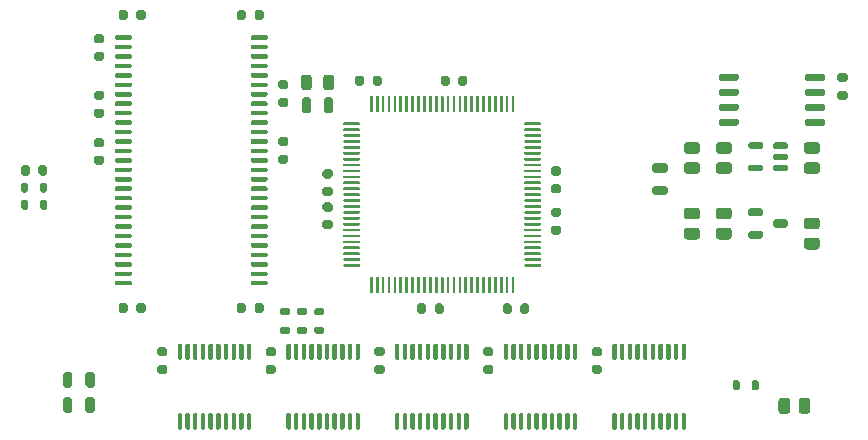
<source format=gtp>
G04 #@! TF.GenerationSoftware,KiCad,Pcbnew,(5.1.10-1-10_14)*
G04 #@! TF.CreationDate,2021-06-01T03:38:36-04:00*
G04 #@! TF.ProjectId,RAM2E,52414d32-452e-46b6-9963-61645f706362,2.0*
G04 #@! TF.SameCoordinates,Original*
G04 #@! TF.FileFunction,Paste,Top*
G04 #@! TF.FilePolarity,Positive*
%FSLAX46Y46*%
G04 Gerber Fmt 4.6, Leading zero omitted, Abs format (unit mm)*
G04 Created by KiCad (PCBNEW (5.1.10-1-10_14)) date 2021-06-01 03:38:36*
%MOMM*%
%LPD*%
G01*
G04 APERTURE LIST*
G04 APERTURE END LIST*
G36*
G01*
X229011900Y-98412800D02*
X229011900Y-99287200D01*
G75*
G02*
X228787200Y-99511900I-224700J0D01*
G01*
X228337800Y-99511900D01*
G75*
G02*
X228113100Y-99287200I0J224700D01*
G01*
X228113100Y-98412800D01*
G75*
G02*
X228337800Y-98188100I224700J0D01*
G01*
X228787200Y-98188100D01*
G75*
G02*
X229011900Y-98412800I0J-224700D01*
G01*
G37*
G36*
G01*
X230886900Y-98412800D02*
X230886900Y-99287200D01*
G75*
G02*
X230662200Y-99511900I-224700J0D01*
G01*
X230212800Y-99511900D01*
G75*
G02*
X229988100Y-99287200I0J224700D01*
G01*
X229988100Y-98412800D01*
G75*
G02*
X230212800Y-98188100I224700J0D01*
G01*
X230662200Y-98188100D01*
G75*
G02*
X230886900Y-98412800I0J-224700D01*
G01*
G37*
G36*
G01*
X230050000Y-101275000D02*
X230050000Y-100325000D01*
G75*
G02*
X230250000Y-100125000I200000J0D01*
G01*
X230650000Y-100125000D01*
G75*
G02*
X230850000Y-100325000I0J-200000D01*
G01*
X230850000Y-101275000D01*
G75*
G02*
X230650000Y-101475000I-200000J0D01*
G01*
X230250000Y-101475000D01*
G75*
G02*
X230050000Y-101275000I0J200000D01*
G01*
G37*
G36*
G01*
X228150000Y-101275000D02*
X228150000Y-100325000D01*
G75*
G02*
X228350000Y-100125000I200000J0D01*
G01*
X228750000Y-100125000D01*
G75*
G02*
X228950000Y-100325000I0J-200000D01*
G01*
X228950000Y-101275000D01*
G75*
G02*
X228750000Y-101475000I-200000J0D01*
G01*
X228350000Y-101475000D01*
G75*
G02*
X228150000Y-101275000I0J200000D01*
G01*
G37*
G36*
G01*
X234507500Y-122765000D02*
X234992500Y-122765000D01*
G75*
G02*
X235185000Y-122957500I0J-192500D01*
G01*
X235185000Y-123342500D01*
G75*
G02*
X234992500Y-123535000I-192500J0D01*
G01*
X234507500Y-123535000D01*
G75*
G02*
X234315000Y-123342500I0J192500D01*
G01*
X234315000Y-122957500D01*
G75*
G02*
X234507500Y-122765000I192500J0D01*
G01*
G37*
G36*
G01*
X234507500Y-121265000D02*
X234992500Y-121265000D01*
G75*
G02*
X235185000Y-121457500I0J-192500D01*
G01*
X235185000Y-121842500D01*
G75*
G02*
X234992500Y-122035000I-192500J0D01*
G01*
X234507500Y-122035000D01*
G75*
G02*
X234315000Y-121842500I0J192500D01*
G01*
X234315000Y-121457500D01*
G75*
G02*
X234507500Y-121265000I192500J0D01*
G01*
G37*
G36*
G01*
X269325000Y-105962500D02*
X269325000Y-106237500D01*
G75*
G02*
X269187500Y-106375000I-137500J0D01*
G01*
X268212500Y-106375000D01*
G75*
G02*
X268075000Y-106237500I0J137500D01*
G01*
X268075000Y-105962500D01*
G75*
G02*
X268212500Y-105825000I137500J0D01*
G01*
X269187500Y-105825000D01*
G75*
G02*
X269325000Y-105962500I0J-137500D01*
G01*
G37*
G36*
G01*
X269325000Y-104062500D02*
X269325000Y-104337500D01*
G75*
G02*
X269187500Y-104475000I-137500J0D01*
G01*
X268212500Y-104475000D01*
G75*
G02*
X268075000Y-104337500I0J137500D01*
G01*
X268075000Y-104062500D01*
G75*
G02*
X268212500Y-103925000I137500J0D01*
G01*
X269187500Y-103925000D01*
G75*
G02*
X269325000Y-104062500I0J-137500D01*
G01*
G37*
G36*
G01*
X269325000Y-105012500D02*
X269325000Y-105287500D01*
G75*
G02*
X269187500Y-105425000I-137500J0D01*
G01*
X268212500Y-105425000D01*
G75*
G02*
X268075000Y-105287500I0J137500D01*
G01*
X268075000Y-105012500D01*
G75*
G02*
X268212500Y-104875000I137500J0D01*
G01*
X269187500Y-104875000D01*
G75*
G02*
X269325000Y-105012500I0J-137500D01*
G01*
G37*
G36*
G01*
X267225000Y-105962500D02*
X267225000Y-106237500D01*
G75*
G02*
X267087500Y-106375000I-137500J0D01*
G01*
X266112500Y-106375000D01*
G75*
G02*
X265975000Y-106237500I0J137500D01*
G01*
X265975000Y-105962500D01*
G75*
G02*
X266112500Y-105825000I137500J0D01*
G01*
X267087500Y-105825000D01*
G75*
G02*
X267225000Y-105962500I0J-137500D01*
G01*
G37*
G36*
G01*
X267225000Y-104062500D02*
X267225000Y-104337500D01*
G75*
G02*
X267087500Y-104475000I-137500J0D01*
G01*
X266112500Y-104475000D01*
G75*
G02*
X265975000Y-104337500I0J137500D01*
G01*
X265975000Y-104062500D01*
G75*
G02*
X266112500Y-103925000I137500J0D01*
G01*
X267087500Y-103925000D01*
G75*
G02*
X267225000Y-104062500I0J-137500D01*
G01*
G37*
G36*
G01*
X233032500Y-114465000D02*
X231742500Y-114465000D01*
G75*
G02*
X231685000Y-114407500I0J57500D01*
G01*
X231685000Y-114292500D01*
G75*
G02*
X231742500Y-114235000I57500J0D01*
G01*
X233032500Y-114235000D01*
G75*
G02*
X233090000Y-114292500I0J-57500D01*
G01*
X233090000Y-114407500D01*
G75*
G02*
X233032500Y-114465000I-57500J0D01*
G01*
G37*
G36*
G01*
X233032500Y-113965000D02*
X231742500Y-113965000D01*
G75*
G02*
X231685000Y-113907500I0J57500D01*
G01*
X231685000Y-113792500D01*
G75*
G02*
X231742500Y-113735000I57500J0D01*
G01*
X233032500Y-113735000D01*
G75*
G02*
X233090000Y-113792500I0J-57500D01*
G01*
X233090000Y-113907500D01*
G75*
G02*
X233032500Y-113965000I-57500J0D01*
G01*
G37*
G36*
G01*
X233032500Y-113465000D02*
X231742500Y-113465000D01*
G75*
G02*
X231685000Y-113407500I0J57500D01*
G01*
X231685000Y-113292500D01*
G75*
G02*
X231742500Y-113235000I57500J0D01*
G01*
X233032500Y-113235000D01*
G75*
G02*
X233090000Y-113292500I0J-57500D01*
G01*
X233090000Y-113407500D01*
G75*
G02*
X233032500Y-113465000I-57500J0D01*
G01*
G37*
G36*
G01*
X233032500Y-112965000D02*
X231742500Y-112965000D01*
G75*
G02*
X231685000Y-112907500I0J57500D01*
G01*
X231685000Y-112792500D01*
G75*
G02*
X231742500Y-112735000I57500J0D01*
G01*
X233032500Y-112735000D01*
G75*
G02*
X233090000Y-112792500I0J-57500D01*
G01*
X233090000Y-112907500D01*
G75*
G02*
X233032500Y-112965000I-57500J0D01*
G01*
G37*
G36*
G01*
X233032500Y-112465000D02*
X231742500Y-112465000D01*
G75*
G02*
X231685000Y-112407500I0J57500D01*
G01*
X231685000Y-112292500D01*
G75*
G02*
X231742500Y-112235000I57500J0D01*
G01*
X233032500Y-112235000D01*
G75*
G02*
X233090000Y-112292500I0J-57500D01*
G01*
X233090000Y-112407500D01*
G75*
G02*
X233032500Y-112465000I-57500J0D01*
G01*
G37*
G36*
G01*
X233032500Y-111965000D02*
X231742500Y-111965000D01*
G75*
G02*
X231685000Y-111907500I0J57500D01*
G01*
X231685000Y-111792500D01*
G75*
G02*
X231742500Y-111735000I57500J0D01*
G01*
X233032500Y-111735000D01*
G75*
G02*
X233090000Y-111792500I0J-57500D01*
G01*
X233090000Y-111907500D01*
G75*
G02*
X233032500Y-111965000I-57500J0D01*
G01*
G37*
G36*
G01*
X233032500Y-111465000D02*
X231742500Y-111465000D01*
G75*
G02*
X231685000Y-111407500I0J57500D01*
G01*
X231685000Y-111292500D01*
G75*
G02*
X231742500Y-111235000I57500J0D01*
G01*
X233032500Y-111235000D01*
G75*
G02*
X233090000Y-111292500I0J-57500D01*
G01*
X233090000Y-111407500D01*
G75*
G02*
X233032500Y-111465000I-57500J0D01*
G01*
G37*
G36*
G01*
X233032500Y-110965000D02*
X231742500Y-110965000D01*
G75*
G02*
X231685000Y-110907500I0J57500D01*
G01*
X231685000Y-110792500D01*
G75*
G02*
X231742500Y-110735000I57500J0D01*
G01*
X233032500Y-110735000D01*
G75*
G02*
X233090000Y-110792500I0J-57500D01*
G01*
X233090000Y-110907500D01*
G75*
G02*
X233032500Y-110965000I-57500J0D01*
G01*
G37*
G36*
G01*
X233032500Y-110465000D02*
X231742500Y-110465000D01*
G75*
G02*
X231685000Y-110407500I0J57500D01*
G01*
X231685000Y-110292500D01*
G75*
G02*
X231742500Y-110235000I57500J0D01*
G01*
X233032500Y-110235000D01*
G75*
G02*
X233090000Y-110292500I0J-57500D01*
G01*
X233090000Y-110407500D01*
G75*
G02*
X233032500Y-110465000I-57500J0D01*
G01*
G37*
G36*
G01*
X233032500Y-109965000D02*
X231742500Y-109965000D01*
G75*
G02*
X231685000Y-109907500I0J57500D01*
G01*
X231685000Y-109792500D01*
G75*
G02*
X231742500Y-109735000I57500J0D01*
G01*
X233032500Y-109735000D01*
G75*
G02*
X233090000Y-109792500I0J-57500D01*
G01*
X233090000Y-109907500D01*
G75*
G02*
X233032500Y-109965000I-57500J0D01*
G01*
G37*
G36*
G01*
X233032500Y-109465000D02*
X231742500Y-109465000D01*
G75*
G02*
X231685000Y-109407500I0J57500D01*
G01*
X231685000Y-109292500D01*
G75*
G02*
X231742500Y-109235000I57500J0D01*
G01*
X233032500Y-109235000D01*
G75*
G02*
X233090000Y-109292500I0J-57500D01*
G01*
X233090000Y-109407500D01*
G75*
G02*
X233032500Y-109465000I-57500J0D01*
G01*
G37*
G36*
G01*
X233032500Y-108965000D02*
X231742500Y-108965000D01*
G75*
G02*
X231685000Y-108907500I0J57500D01*
G01*
X231685000Y-108792500D01*
G75*
G02*
X231742500Y-108735000I57500J0D01*
G01*
X233032500Y-108735000D01*
G75*
G02*
X233090000Y-108792500I0J-57500D01*
G01*
X233090000Y-108907500D01*
G75*
G02*
X233032500Y-108965000I-57500J0D01*
G01*
G37*
G36*
G01*
X233032500Y-108465000D02*
X231742500Y-108465000D01*
G75*
G02*
X231685000Y-108407500I0J57500D01*
G01*
X231685000Y-108292500D01*
G75*
G02*
X231742500Y-108235000I57500J0D01*
G01*
X233032500Y-108235000D01*
G75*
G02*
X233090000Y-108292500I0J-57500D01*
G01*
X233090000Y-108407500D01*
G75*
G02*
X233032500Y-108465000I-57500J0D01*
G01*
G37*
G36*
G01*
X233032500Y-107965000D02*
X231742500Y-107965000D01*
G75*
G02*
X231685000Y-107907500I0J57500D01*
G01*
X231685000Y-107792500D01*
G75*
G02*
X231742500Y-107735000I57500J0D01*
G01*
X233032500Y-107735000D01*
G75*
G02*
X233090000Y-107792500I0J-57500D01*
G01*
X233090000Y-107907500D01*
G75*
G02*
X233032500Y-107965000I-57500J0D01*
G01*
G37*
G36*
G01*
X233032500Y-107465000D02*
X231742500Y-107465000D01*
G75*
G02*
X231685000Y-107407500I0J57500D01*
G01*
X231685000Y-107292500D01*
G75*
G02*
X231742500Y-107235000I57500J0D01*
G01*
X233032500Y-107235000D01*
G75*
G02*
X233090000Y-107292500I0J-57500D01*
G01*
X233090000Y-107407500D01*
G75*
G02*
X233032500Y-107465000I-57500J0D01*
G01*
G37*
G36*
G01*
X233032500Y-106965000D02*
X231742500Y-106965000D01*
G75*
G02*
X231685000Y-106907500I0J57500D01*
G01*
X231685000Y-106792500D01*
G75*
G02*
X231742500Y-106735000I57500J0D01*
G01*
X233032500Y-106735000D01*
G75*
G02*
X233090000Y-106792500I0J-57500D01*
G01*
X233090000Y-106907500D01*
G75*
G02*
X233032500Y-106965000I-57500J0D01*
G01*
G37*
G36*
G01*
X233032500Y-106465000D02*
X231742500Y-106465000D01*
G75*
G02*
X231685000Y-106407500I0J57500D01*
G01*
X231685000Y-106292500D01*
G75*
G02*
X231742500Y-106235000I57500J0D01*
G01*
X233032500Y-106235000D01*
G75*
G02*
X233090000Y-106292500I0J-57500D01*
G01*
X233090000Y-106407500D01*
G75*
G02*
X233032500Y-106465000I-57500J0D01*
G01*
G37*
G36*
G01*
X233032500Y-105965000D02*
X231742500Y-105965000D01*
G75*
G02*
X231685000Y-105907500I0J57500D01*
G01*
X231685000Y-105792500D01*
G75*
G02*
X231742500Y-105735000I57500J0D01*
G01*
X233032500Y-105735000D01*
G75*
G02*
X233090000Y-105792500I0J-57500D01*
G01*
X233090000Y-105907500D01*
G75*
G02*
X233032500Y-105965000I-57500J0D01*
G01*
G37*
G36*
G01*
X233032500Y-105465000D02*
X231742500Y-105465000D01*
G75*
G02*
X231685000Y-105407500I0J57500D01*
G01*
X231685000Y-105292500D01*
G75*
G02*
X231742500Y-105235000I57500J0D01*
G01*
X233032500Y-105235000D01*
G75*
G02*
X233090000Y-105292500I0J-57500D01*
G01*
X233090000Y-105407500D01*
G75*
G02*
X233032500Y-105465000I-57500J0D01*
G01*
G37*
G36*
G01*
X233032500Y-104965000D02*
X231742500Y-104965000D01*
G75*
G02*
X231685000Y-104907500I0J57500D01*
G01*
X231685000Y-104792500D01*
G75*
G02*
X231742500Y-104735000I57500J0D01*
G01*
X233032500Y-104735000D01*
G75*
G02*
X233090000Y-104792500I0J-57500D01*
G01*
X233090000Y-104907500D01*
G75*
G02*
X233032500Y-104965000I-57500J0D01*
G01*
G37*
G36*
G01*
X233032500Y-104465000D02*
X231742500Y-104465000D01*
G75*
G02*
X231685000Y-104407500I0J57500D01*
G01*
X231685000Y-104292500D01*
G75*
G02*
X231742500Y-104235000I57500J0D01*
G01*
X233032500Y-104235000D01*
G75*
G02*
X233090000Y-104292500I0J-57500D01*
G01*
X233090000Y-104407500D01*
G75*
G02*
X233032500Y-104465000I-57500J0D01*
G01*
G37*
G36*
G01*
X233032500Y-103965000D02*
X231742500Y-103965000D01*
G75*
G02*
X231685000Y-103907500I0J57500D01*
G01*
X231685000Y-103792500D01*
G75*
G02*
X231742500Y-103735000I57500J0D01*
G01*
X233032500Y-103735000D01*
G75*
G02*
X233090000Y-103792500I0J-57500D01*
G01*
X233090000Y-103907500D01*
G75*
G02*
X233032500Y-103965000I-57500J0D01*
G01*
G37*
G36*
G01*
X233032500Y-103465000D02*
X231742500Y-103465000D01*
G75*
G02*
X231685000Y-103407500I0J57500D01*
G01*
X231685000Y-103292500D01*
G75*
G02*
X231742500Y-103235000I57500J0D01*
G01*
X233032500Y-103235000D01*
G75*
G02*
X233090000Y-103292500I0J-57500D01*
G01*
X233090000Y-103407500D01*
G75*
G02*
X233032500Y-103465000I-57500J0D01*
G01*
G37*
G36*
G01*
X233032500Y-102965000D02*
X231742500Y-102965000D01*
G75*
G02*
X231685000Y-102907500I0J57500D01*
G01*
X231685000Y-102792500D01*
G75*
G02*
X231742500Y-102735000I57500J0D01*
G01*
X233032500Y-102735000D01*
G75*
G02*
X233090000Y-102792500I0J-57500D01*
G01*
X233090000Y-102907500D01*
G75*
G02*
X233032500Y-102965000I-57500J0D01*
G01*
G37*
G36*
G01*
X233032500Y-102465000D02*
X231742500Y-102465000D01*
G75*
G02*
X231685000Y-102407500I0J57500D01*
G01*
X231685000Y-102292500D01*
G75*
G02*
X231742500Y-102235000I57500J0D01*
G01*
X233032500Y-102235000D01*
G75*
G02*
X233090000Y-102292500I0J-57500D01*
G01*
X233090000Y-102407500D01*
G75*
G02*
X233032500Y-102465000I-57500J0D01*
G01*
G37*
G36*
G01*
X234107500Y-101390000D02*
X233992500Y-101390000D01*
G75*
G02*
X233935000Y-101332500I0J57500D01*
G01*
X233935000Y-100042500D01*
G75*
G02*
X233992500Y-99985000I57500J0D01*
G01*
X234107500Y-99985000D01*
G75*
G02*
X234165000Y-100042500I0J-57500D01*
G01*
X234165000Y-101332500D01*
G75*
G02*
X234107500Y-101390000I-57500J0D01*
G01*
G37*
G36*
G01*
X234607500Y-101390000D02*
X234492500Y-101390000D01*
G75*
G02*
X234435000Y-101332500I0J57500D01*
G01*
X234435000Y-100042500D01*
G75*
G02*
X234492500Y-99985000I57500J0D01*
G01*
X234607500Y-99985000D01*
G75*
G02*
X234665000Y-100042500I0J-57500D01*
G01*
X234665000Y-101332500D01*
G75*
G02*
X234607500Y-101390000I-57500J0D01*
G01*
G37*
G36*
G01*
X235107500Y-101390000D02*
X234992500Y-101390000D01*
G75*
G02*
X234935000Y-101332500I0J57500D01*
G01*
X234935000Y-100042500D01*
G75*
G02*
X234992500Y-99985000I57500J0D01*
G01*
X235107500Y-99985000D01*
G75*
G02*
X235165000Y-100042500I0J-57500D01*
G01*
X235165000Y-101332500D01*
G75*
G02*
X235107500Y-101390000I-57500J0D01*
G01*
G37*
G36*
G01*
X235607500Y-101390000D02*
X235492500Y-101390000D01*
G75*
G02*
X235435000Y-101332500I0J57500D01*
G01*
X235435000Y-100042500D01*
G75*
G02*
X235492500Y-99985000I57500J0D01*
G01*
X235607500Y-99985000D01*
G75*
G02*
X235665000Y-100042500I0J-57500D01*
G01*
X235665000Y-101332500D01*
G75*
G02*
X235607500Y-101390000I-57500J0D01*
G01*
G37*
G36*
G01*
X236107500Y-101390000D02*
X235992500Y-101390000D01*
G75*
G02*
X235935000Y-101332500I0J57500D01*
G01*
X235935000Y-100042500D01*
G75*
G02*
X235992500Y-99985000I57500J0D01*
G01*
X236107500Y-99985000D01*
G75*
G02*
X236165000Y-100042500I0J-57500D01*
G01*
X236165000Y-101332500D01*
G75*
G02*
X236107500Y-101390000I-57500J0D01*
G01*
G37*
G36*
G01*
X236607500Y-101390000D02*
X236492500Y-101390000D01*
G75*
G02*
X236435000Y-101332500I0J57500D01*
G01*
X236435000Y-100042500D01*
G75*
G02*
X236492500Y-99985000I57500J0D01*
G01*
X236607500Y-99985000D01*
G75*
G02*
X236665000Y-100042500I0J-57500D01*
G01*
X236665000Y-101332500D01*
G75*
G02*
X236607500Y-101390000I-57500J0D01*
G01*
G37*
G36*
G01*
X237107500Y-101390000D02*
X236992500Y-101390000D01*
G75*
G02*
X236935000Y-101332500I0J57500D01*
G01*
X236935000Y-100042500D01*
G75*
G02*
X236992500Y-99985000I57500J0D01*
G01*
X237107500Y-99985000D01*
G75*
G02*
X237165000Y-100042500I0J-57500D01*
G01*
X237165000Y-101332500D01*
G75*
G02*
X237107500Y-101390000I-57500J0D01*
G01*
G37*
G36*
G01*
X237607500Y-101390000D02*
X237492500Y-101390000D01*
G75*
G02*
X237435000Y-101332500I0J57500D01*
G01*
X237435000Y-100042500D01*
G75*
G02*
X237492500Y-99985000I57500J0D01*
G01*
X237607500Y-99985000D01*
G75*
G02*
X237665000Y-100042500I0J-57500D01*
G01*
X237665000Y-101332500D01*
G75*
G02*
X237607500Y-101390000I-57500J0D01*
G01*
G37*
G36*
G01*
X238107500Y-101390000D02*
X237992500Y-101390000D01*
G75*
G02*
X237935000Y-101332500I0J57500D01*
G01*
X237935000Y-100042500D01*
G75*
G02*
X237992500Y-99985000I57500J0D01*
G01*
X238107500Y-99985000D01*
G75*
G02*
X238165000Y-100042500I0J-57500D01*
G01*
X238165000Y-101332500D01*
G75*
G02*
X238107500Y-101390000I-57500J0D01*
G01*
G37*
G36*
G01*
X238607500Y-101390000D02*
X238492500Y-101390000D01*
G75*
G02*
X238435000Y-101332500I0J57500D01*
G01*
X238435000Y-100042500D01*
G75*
G02*
X238492500Y-99985000I57500J0D01*
G01*
X238607500Y-99985000D01*
G75*
G02*
X238665000Y-100042500I0J-57500D01*
G01*
X238665000Y-101332500D01*
G75*
G02*
X238607500Y-101390000I-57500J0D01*
G01*
G37*
G36*
G01*
X239107500Y-101390000D02*
X238992500Y-101390000D01*
G75*
G02*
X238935000Y-101332500I0J57500D01*
G01*
X238935000Y-100042500D01*
G75*
G02*
X238992500Y-99985000I57500J0D01*
G01*
X239107500Y-99985000D01*
G75*
G02*
X239165000Y-100042500I0J-57500D01*
G01*
X239165000Y-101332500D01*
G75*
G02*
X239107500Y-101390000I-57500J0D01*
G01*
G37*
G36*
G01*
X239607500Y-101390000D02*
X239492500Y-101390000D01*
G75*
G02*
X239435000Y-101332500I0J57500D01*
G01*
X239435000Y-100042500D01*
G75*
G02*
X239492500Y-99985000I57500J0D01*
G01*
X239607500Y-99985000D01*
G75*
G02*
X239665000Y-100042500I0J-57500D01*
G01*
X239665000Y-101332500D01*
G75*
G02*
X239607500Y-101390000I-57500J0D01*
G01*
G37*
G36*
G01*
X240107500Y-101390000D02*
X239992500Y-101390000D01*
G75*
G02*
X239935000Y-101332500I0J57500D01*
G01*
X239935000Y-100042500D01*
G75*
G02*
X239992500Y-99985000I57500J0D01*
G01*
X240107500Y-99985000D01*
G75*
G02*
X240165000Y-100042500I0J-57500D01*
G01*
X240165000Y-101332500D01*
G75*
G02*
X240107500Y-101390000I-57500J0D01*
G01*
G37*
G36*
G01*
X240607500Y-101390000D02*
X240492500Y-101390000D01*
G75*
G02*
X240435000Y-101332500I0J57500D01*
G01*
X240435000Y-100042500D01*
G75*
G02*
X240492500Y-99985000I57500J0D01*
G01*
X240607500Y-99985000D01*
G75*
G02*
X240665000Y-100042500I0J-57500D01*
G01*
X240665000Y-101332500D01*
G75*
G02*
X240607500Y-101390000I-57500J0D01*
G01*
G37*
G36*
G01*
X241107500Y-101390000D02*
X240992500Y-101390000D01*
G75*
G02*
X240935000Y-101332500I0J57500D01*
G01*
X240935000Y-100042500D01*
G75*
G02*
X240992500Y-99985000I57500J0D01*
G01*
X241107500Y-99985000D01*
G75*
G02*
X241165000Y-100042500I0J-57500D01*
G01*
X241165000Y-101332500D01*
G75*
G02*
X241107500Y-101390000I-57500J0D01*
G01*
G37*
G36*
G01*
X241607500Y-101390000D02*
X241492500Y-101390000D01*
G75*
G02*
X241435000Y-101332500I0J57500D01*
G01*
X241435000Y-100042500D01*
G75*
G02*
X241492500Y-99985000I57500J0D01*
G01*
X241607500Y-99985000D01*
G75*
G02*
X241665000Y-100042500I0J-57500D01*
G01*
X241665000Y-101332500D01*
G75*
G02*
X241607500Y-101390000I-57500J0D01*
G01*
G37*
G36*
G01*
X242107500Y-101390000D02*
X241992500Y-101390000D01*
G75*
G02*
X241935000Y-101332500I0J57500D01*
G01*
X241935000Y-100042500D01*
G75*
G02*
X241992500Y-99985000I57500J0D01*
G01*
X242107500Y-99985000D01*
G75*
G02*
X242165000Y-100042500I0J-57500D01*
G01*
X242165000Y-101332500D01*
G75*
G02*
X242107500Y-101390000I-57500J0D01*
G01*
G37*
G36*
G01*
X242607500Y-101390000D02*
X242492500Y-101390000D01*
G75*
G02*
X242435000Y-101332500I0J57500D01*
G01*
X242435000Y-100042500D01*
G75*
G02*
X242492500Y-99985000I57500J0D01*
G01*
X242607500Y-99985000D01*
G75*
G02*
X242665000Y-100042500I0J-57500D01*
G01*
X242665000Y-101332500D01*
G75*
G02*
X242607500Y-101390000I-57500J0D01*
G01*
G37*
G36*
G01*
X243107500Y-101390000D02*
X242992500Y-101390000D01*
G75*
G02*
X242935000Y-101332500I0J57500D01*
G01*
X242935000Y-100042500D01*
G75*
G02*
X242992500Y-99985000I57500J0D01*
G01*
X243107500Y-99985000D01*
G75*
G02*
X243165000Y-100042500I0J-57500D01*
G01*
X243165000Y-101332500D01*
G75*
G02*
X243107500Y-101390000I-57500J0D01*
G01*
G37*
G36*
G01*
X243607500Y-101390000D02*
X243492500Y-101390000D01*
G75*
G02*
X243435000Y-101332500I0J57500D01*
G01*
X243435000Y-100042500D01*
G75*
G02*
X243492500Y-99985000I57500J0D01*
G01*
X243607500Y-99985000D01*
G75*
G02*
X243665000Y-100042500I0J-57500D01*
G01*
X243665000Y-101332500D01*
G75*
G02*
X243607500Y-101390000I-57500J0D01*
G01*
G37*
G36*
G01*
X244107500Y-101390000D02*
X243992500Y-101390000D01*
G75*
G02*
X243935000Y-101332500I0J57500D01*
G01*
X243935000Y-100042500D01*
G75*
G02*
X243992500Y-99985000I57500J0D01*
G01*
X244107500Y-99985000D01*
G75*
G02*
X244165000Y-100042500I0J-57500D01*
G01*
X244165000Y-101332500D01*
G75*
G02*
X244107500Y-101390000I-57500J0D01*
G01*
G37*
G36*
G01*
X244607500Y-101390000D02*
X244492500Y-101390000D01*
G75*
G02*
X244435000Y-101332500I0J57500D01*
G01*
X244435000Y-100042500D01*
G75*
G02*
X244492500Y-99985000I57500J0D01*
G01*
X244607500Y-99985000D01*
G75*
G02*
X244665000Y-100042500I0J-57500D01*
G01*
X244665000Y-101332500D01*
G75*
G02*
X244607500Y-101390000I-57500J0D01*
G01*
G37*
G36*
G01*
X245107500Y-101390000D02*
X244992500Y-101390000D01*
G75*
G02*
X244935000Y-101332500I0J57500D01*
G01*
X244935000Y-100042500D01*
G75*
G02*
X244992500Y-99985000I57500J0D01*
G01*
X245107500Y-99985000D01*
G75*
G02*
X245165000Y-100042500I0J-57500D01*
G01*
X245165000Y-101332500D01*
G75*
G02*
X245107500Y-101390000I-57500J0D01*
G01*
G37*
G36*
G01*
X245607500Y-101390000D02*
X245492500Y-101390000D01*
G75*
G02*
X245435000Y-101332500I0J57500D01*
G01*
X245435000Y-100042500D01*
G75*
G02*
X245492500Y-99985000I57500J0D01*
G01*
X245607500Y-99985000D01*
G75*
G02*
X245665000Y-100042500I0J-57500D01*
G01*
X245665000Y-101332500D01*
G75*
G02*
X245607500Y-101390000I-57500J0D01*
G01*
G37*
G36*
G01*
X246107500Y-101390000D02*
X245992500Y-101390000D01*
G75*
G02*
X245935000Y-101332500I0J57500D01*
G01*
X245935000Y-100042500D01*
G75*
G02*
X245992500Y-99985000I57500J0D01*
G01*
X246107500Y-99985000D01*
G75*
G02*
X246165000Y-100042500I0J-57500D01*
G01*
X246165000Y-101332500D01*
G75*
G02*
X246107500Y-101390000I-57500J0D01*
G01*
G37*
G36*
G01*
X248357500Y-102465000D02*
X247067500Y-102465000D01*
G75*
G02*
X247010000Y-102407500I0J57500D01*
G01*
X247010000Y-102292500D01*
G75*
G02*
X247067500Y-102235000I57500J0D01*
G01*
X248357500Y-102235000D01*
G75*
G02*
X248415000Y-102292500I0J-57500D01*
G01*
X248415000Y-102407500D01*
G75*
G02*
X248357500Y-102465000I-57500J0D01*
G01*
G37*
G36*
G01*
X248357500Y-102965000D02*
X247067500Y-102965000D01*
G75*
G02*
X247010000Y-102907500I0J57500D01*
G01*
X247010000Y-102792500D01*
G75*
G02*
X247067500Y-102735000I57500J0D01*
G01*
X248357500Y-102735000D01*
G75*
G02*
X248415000Y-102792500I0J-57500D01*
G01*
X248415000Y-102907500D01*
G75*
G02*
X248357500Y-102965000I-57500J0D01*
G01*
G37*
G36*
G01*
X248357500Y-103465000D02*
X247067500Y-103465000D01*
G75*
G02*
X247010000Y-103407500I0J57500D01*
G01*
X247010000Y-103292500D01*
G75*
G02*
X247067500Y-103235000I57500J0D01*
G01*
X248357500Y-103235000D01*
G75*
G02*
X248415000Y-103292500I0J-57500D01*
G01*
X248415000Y-103407500D01*
G75*
G02*
X248357500Y-103465000I-57500J0D01*
G01*
G37*
G36*
G01*
X248357500Y-103965000D02*
X247067500Y-103965000D01*
G75*
G02*
X247010000Y-103907500I0J57500D01*
G01*
X247010000Y-103792500D01*
G75*
G02*
X247067500Y-103735000I57500J0D01*
G01*
X248357500Y-103735000D01*
G75*
G02*
X248415000Y-103792500I0J-57500D01*
G01*
X248415000Y-103907500D01*
G75*
G02*
X248357500Y-103965000I-57500J0D01*
G01*
G37*
G36*
G01*
X248357500Y-104465000D02*
X247067500Y-104465000D01*
G75*
G02*
X247010000Y-104407500I0J57500D01*
G01*
X247010000Y-104292500D01*
G75*
G02*
X247067500Y-104235000I57500J0D01*
G01*
X248357500Y-104235000D01*
G75*
G02*
X248415000Y-104292500I0J-57500D01*
G01*
X248415000Y-104407500D01*
G75*
G02*
X248357500Y-104465000I-57500J0D01*
G01*
G37*
G36*
G01*
X248357500Y-104965000D02*
X247067500Y-104965000D01*
G75*
G02*
X247010000Y-104907500I0J57500D01*
G01*
X247010000Y-104792500D01*
G75*
G02*
X247067500Y-104735000I57500J0D01*
G01*
X248357500Y-104735000D01*
G75*
G02*
X248415000Y-104792500I0J-57500D01*
G01*
X248415000Y-104907500D01*
G75*
G02*
X248357500Y-104965000I-57500J0D01*
G01*
G37*
G36*
G01*
X248357500Y-105465000D02*
X247067500Y-105465000D01*
G75*
G02*
X247010000Y-105407500I0J57500D01*
G01*
X247010000Y-105292500D01*
G75*
G02*
X247067500Y-105235000I57500J0D01*
G01*
X248357500Y-105235000D01*
G75*
G02*
X248415000Y-105292500I0J-57500D01*
G01*
X248415000Y-105407500D01*
G75*
G02*
X248357500Y-105465000I-57500J0D01*
G01*
G37*
G36*
G01*
X248357500Y-105965000D02*
X247067500Y-105965000D01*
G75*
G02*
X247010000Y-105907500I0J57500D01*
G01*
X247010000Y-105792500D01*
G75*
G02*
X247067500Y-105735000I57500J0D01*
G01*
X248357500Y-105735000D01*
G75*
G02*
X248415000Y-105792500I0J-57500D01*
G01*
X248415000Y-105907500D01*
G75*
G02*
X248357500Y-105965000I-57500J0D01*
G01*
G37*
G36*
G01*
X248357500Y-106465000D02*
X247067500Y-106465000D01*
G75*
G02*
X247010000Y-106407500I0J57500D01*
G01*
X247010000Y-106292500D01*
G75*
G02*
X247067500Y-106235000I57500J0D01*
G01*
X248357500Y-106235000D01*
G75*
G02*
X248415000Y-106292500I0J-57500D01*
G01*
X248415000Y-106407500D01*
G75*
G02*
X248357500Y-106465000I-57500J0D01*
G01*
G37*
G36*
G01*
X248357500Y-106965000D02*
X247067500Y-106965000D01*
G75*
G02*
X247010000Y-106907500I0J57500D01*
G01*
X247010000Y-106792500D01*
G75*
G02*
X247067500Y-106735000I57500J0D01*
G01*
X248357500Y-106735000D01*
G75*
G02*
X248415000Y-106792500I0J-57500D01*
G01*
X248415000Y-106907500D01*
G75*
G02*
X248357500Y-106965000I-57500J0D01*
G01*
G37*
G36*
G01*
X248357500Y-107465000D02*
X247067500Y-107465000D01*
G75*
G02*
X247010000Y-107407500I0J57500D01*
G01*
X247010000Y-107292500D01*
G75*
G02*
X247067500Y-107235000I57500J0D01*
G01*
X248357500Y-107235000D01*
G75*
G02*
X248415000Y-107292500I0J-57500D01*
G01*
X248415000Y-107407500D01*
G75*
G02*
X248357500Y-107465000I-57500J0D01*
G01*
G37*
G36*
G01*
X248357500Y-107965000D02*
X247067500Y-107965000D01*
G75*
G02*
X247010000Y-107907500I0J57500D01*
G01*
X247010000Y-107792500D01*
G75*
G02*
X247067500Y-107735000I57500J0D01*
G01*
X248357500Y-107735000D01*
G75*
G02*
X248415000Y-107792500I0J-57500D01*
G01*
X248415000Y-107907500D01*
G75*
G02*
X248357500Y-107965000I-57500J0D01*
G01*
G37*
G36*
G01*
X248357500Y-108465000D02*
X247067500Y-108465000D01*
G75*
G02*
X247010000Y-108407500I0J57500D01*
G01*
X247010000Y-108292500D01*
G75*
G02*
X247067500Y-108235000I57500J0D01*
G01*
X248357500Y-108235000D01*
G75*
G02*
X248415000Y-108292500I0J-57500D01*
G01*
X248415000Y-108407500D01*
G75*
G02*
X248357500Y-108465000I-57500J0D01*
G01*
G37*
G36*
G01*
X248357500Y-108965000D02*
X247067500Y-108965000D01*
G75*
G02*
X247010000Y-108907500I0J57500D01*
G01*
X247010000Y-108792500D01*
G75*
G02*
X247067500Y-108735000I57500J0D01*
G01*
X248357500Y-108735000D01*
G75*
G02*
X248415000Y-108792500I0J-57500D01*
G01*
X248415000Y-108907500D01*
G75*
G02*
X248357500Y-108965000I-57500J0D01*
G01*
G37*
G36*
G01*
X248357500Y-109465000D02*
X247067500Y-109465000D01*
G75*
G02*
X247010000Y-109407500I0J57500D01*
G01*
X247010000Y-109292500D01*
G75*
G02*
X247067500Y-109235000I57500J0D01*
G01*
X248357500Y-109235000D01*
G75*
G02*
X248415000Y-109292500I0J-57500D01*
G01*
X248415000Y-109407500D01*
G75*
G02*
X248357500Y-109465000I-57500J0D01*
G01*
G37*
G36*
G01*
X248357500Y-109965000D02*
X247067500Y-109965000D01*
G75*
G02*
X247010000Y-109907500I0J57500D01*
G01*
X247010000Y-109792500D01*
G75*
G02*
X247067500Y-109735000I57500J0D01*
G01*
X248357500Y-109735000D01*
G75*
G02*
X248415000Y-109792500I0J-57500D01*
G01*
X248415000Y-109907500D01*
G75*
G02*
X248357500Y-109965000I-57500J0D01*
G01*
G37*
G36*
G01*
X248357500Y-110465000D02*
X247067500Y-110465000D01*
G75*
G02*
X247010000Y-110407500I0J57500D01*
G01*
X247010000Y-110292500D01*
G75*
G02*
X247067500Y-110235000I57500J0D01*
G01*
X248357500Y-110235000D01*
G75*
G02*
X248415000Y-110292500I0J-57500D01*
G01*
X248415000Y-110407500D01*
G75*
G02*
X248357500Y-110465000I-57500J0D01*
G01*
G37*
G36*
G01*
X248357500Y-110965000D02*
X247067500Y-110965000D01*
G75*
G02*
X247010000Y-110907500I0J57500D01*
G01*
X247010000Y-110792500D01*
G75*
G02*
X247067500Y-110735000I57500J0D01*
G01*
X248357500Y-110735000D01*
G75*
G02*
X248415000Y-110792500I0J-57500D01*
G01*
X248415000Y-110907500D01*
G75*
G02*
X248357500Y-110965000I-57500J0D01*
G01*
G37*
G36*
G01*
X248357500Y-111465000D02*
X247067500Y-111465000D01*
G75*
G02*
X247010000Y-111407500I0J57500D01*
G01*
X247010000Y-111292500D01*
G75*
G02*
X247067500Y-111235000I57500J0D01*
G01*
X248357500Y-111235000D01*
G75*
G02*
X248415000Y-111292500I0J-57500D01*
G01*
X248415000Y-111407500D01*
G75*
G02*
X248357500Y-111465000I-57500J0D01*
G01*
G37*
G36*
G01*
X248357500Y-111965000D02*
X247067500Y-111965000D01*
G75*
G02*
X247010000Y-111907500I0J57500D01*
G01*
X247010000Y-111792500D01*
G75*
G02*
X247067500Y-111735000I57500J0D01*
G01*
X248357500Y-111735000D01*
G75*
G02*
X248415000Y-111792500I0J-57500D01*
G01*
X248415000Y-111907500D01*
G75*
G02*
X248357500Y-111965000I-57500J0D01*
G01*
G37*
G36*
G01*
X248357500Y-112465000D02*
X247067500Y-112465000D01*
G75*
G02*
X247010000Y-112407500I0J57500D01*
G01*
X247010000Y-112292500D01*
G75*
G02*
X247067500Y-112235000I57500J0D01*
G01*
X248357500Y-112235000D01*
G75*
G02*
X248415000Y-112292500I0J-57500D01*
G01*
X248415000Y-112407500D01*
G75*
G02*
X248357500Y-112465000I-57500J0D01*
G01*
G37*
G36*
G01*
X248357500Y-112965000D02*
X247067500Y-112965000D01*
G75*
G02*
X247010000Y-112907500I0J57500D01*
G01*
X247010000Y-112792500D01*
G75*
G02*
X247067500Y-112735000I57500J0D01*
G01*
X248357500Y-112735000D01*
G75*
G02*
X248415000Y-112792500I0J-57500D01*
G01*
X248415000Y-112907500D01*
G75*
G02*
X248357500Y-112965000I-57500J0D01*
G01*
G37*
G36*
G01*
X248357500Y-113465000D02*
X247067500Y-113465000D01*
G75*
G02*
X247010000Y-113407500I0J57500D01*
G01*
X247010000Y-113292500D01*
G75*
G02*
X247067500Y-113235000I57500J0D01*
G01*
X248357500Y-113235000D01*
G75*
G02*
X248415000Y-113292500I0J-57500D01*
G01*
X248415000Y-113407500D01*
G75*
G02*
X248357500Y-113465000I-57500J0D01*
G01*
G37*
G36*
G01*
X248357500Y-113965000D02*
X247067500Y-113965000D01*
G75*
G02*
X247010000Y-113907500I0J57500D01*
G01*
X247010000Y-113792500D01*
G75*
G02*
X247067500Y-113735000I57500J0D01*
G01*
X248357500Y-113735000D01*
G75*
G02*
X248415000Y-113792500I0J-57500D01*
G01*
X248415000Y-113907500D01*
G75*
G02*
X248357500Y-113965000I-57500J0D01*
G01*
G37*
G36*
G01*
X248357500Y-114465000D02*
X247067500Y-114465000D01*
G75*
G02*
X247010000Y-114407500I0J57500D01*
G01*
X247010000Y-114292500D01*
G75*
G02*
X247067500Y-114235000I57500J0D01*
G01*
X248357500Y-114235000D01*
G75*
G02*
X248415000Y-114292500I0J-57500D01*
G01*
X248415000Y-114407500D01*
G75*
G02*
X248357500Y-114465000I-57500J0D01*
G01*
G37*
G36*
G01*
X246107500Y-116715000D02*
X245992500Y-116715000D01*
G75*
G02*
X245935000Y-116657500I0J57500D01*
G01*
X245935000Y-115367500D01*
G75*
G02*
X245992500Y-115310000I57500J0D01*
G01*
X246107500Y-115310000D01*
G75*
G02*
X246165000Y-115367500I0J-57500D01*
G01*
X246165000Y-116657500D01*
G75*
G02*
X246107500Y-116715000I-57500J0D01*
G01*
G37*
G36*
G01*
X245607500Y-116715000D02*
X245492500Y-116715000D01*
G75*
G02*
X245435000Y-116657500I0J57500D01*
G01*
X245435000Y-115367500D01*
G75*
G02*
X245492500Y-115310000I57500J0D01*
G01*
X245607500Y-115310000D01*
G75*
G02*
X245665000Y-115367500I0J-57500D01*
G01*
X245665000Y-116657500D01*
G75*
G02*
X245607500Y-116715000I-57500J0D01*
G01*
G37*
G36*
G01*
X245107500Y-116715000D02*
X244992500Y-116715000D01*
G75*
G02*
X244935000Y-116657500I0J57500D01*
G01*
X244935000Y-115367500D01*
G75*
G02*
X244992500Y-115310000I57500J0D01*
G01*
X245107500Y-115310000D01*
G75*
G02*
X245165000Y-115367500I0J-57500D01*
G01*
X245165000Y-116657500D01*
G75*
G02*
X245107500Y-116715000I-57500J0D01*
G01*
G37*
G36*
G01*
X244607500Y-116715000D02*
X244492500Y-116715000D01*
G75*
G02*
X244435000Y-116657500I0J57500D01*
G01*
X244435000Y-115367500D01*
G75*
G02*
X244492500Y-115310000I57500J0D01*
G01*
X244607500Y-115310000D01*
G75*
G02*
X244665000Y-115367500I0J-57500D01*
G01*
X244665000Y-116657500D01*
G75*
G02*
X244607500Y-116715000I-57500J0D01*
G01*
G37*
G36*
G01*
X244107500Y-116715000D02*
X243992500Y-116715000D01*
G75*
G02*
X243935000Y-116657500I0J57500D01*
G01*
X243935000Y-115367500D01*
G75*
G02*
X243992500Y-115310000I57500J0D01*
G01*
X244107500Y-115310000D01*
G75*
G02*
X244165000Y-115367500I0J-57500D01*
G01*
X244165000Y-116657500D01*
G75*
G02*
X244107500Y-116715000I-57500J0D01*
G01*
G37*
G36*
G01*
X243607500Y-116715000D02*
X243492500Y-116715000D01*
G75*
G02*
X243435000Y-116657500I0J57500D01*
G01*
X243435000Y-115367500D01*
G75*
G02*
X243492500Y-115310000I57500J0D01*
G01*
X243607500Y-115310000D01*
G75*
G02*
X243665000Y-115367500I0J-57500D01*
G01*
X243665000Y-116657500D01*
G75*
G02*
X243607500Y-116715000I-57500J0D01*
G01*
G37*
G36*
G01*
X243107500Y-116715000D02*
X242992500Y-116715000D01*
G75*
G02*
X242935000Y-116657500I0J57500D01*
G01*
X242935000Y-115367500D01*
G75*
G02*
X242992500Y-115310000I57500J0D01*
G01*
X243107500Y-115310000D01*
G75*
G02*
X243165000Y-115367500I0J-57500D01*
G01*
X243165000Y-116657500D01*
G75*
G02*
X243107500Y-116715000I-57500J0D01*
G01*
G37*
G36*
G01*
X242607500Y-116715000D02*
X242492500Y-116715000D01*
G75*
G02*
X242435000Y-116657500I0J57500D01*
G01*
X242435000Y-115367500D01*
G75*
G02*
X242492500Y-115310000I57500J0D01*
G01*
X242607500Y-115310000D01*
G75*
G02*
X242665000Y-115367500I0J-57500D01*
G01*
X242665000Y-116657500D01*
G75*
G02*
X242607500Y-116715000I-57500J0D01*
G01*
G37*
G36*
G01*
X242107500Y-116715000D02*
X241992500Y-116715000D01*
G75*
G02*
X241935000Y-116657500I0J57500D01*
G01*
X241935000Y-115367500D01*
G75*
G02*
X241992500Y-115310000I57500J0D01*
G01*
X242107500Y-115310000D01*
G75*
G02*
X242165000Y-115367500I0J-57500D01*
G01*
X242165000Y-116657500D01*
G75*
G02*
X242107500Y-116715000I-57500J0D01*
G01*
G37*
G36*
G01*
X241607500Y-116715000D02*
X241492500Y-116715000D01*
G75*
G02*
X241435000Y-116657500I0J57500D01*
G01*
X241435000Y-115367500D01*
G75*
G02*
X241492500Y-115310000I57500J0D01*
G01*
X241607500Y-115310000D01*
G75*
G02*
X241665000Y-115367500I0J-57500D01*
G01*
X241665000Y-116657500D01*
G75*
G02*
X241607500Y-116715000I-57500J0D01*
G01*
G37*
G36*
G01*
X241107500Y-116715000D02*
X240992500Y-116715000D01*
G75*
G02*
X240935000Y-116657500I0J57500D01*
G01*
X240935000Y-115367500D01*
G75*
G02*
X240992500Y-115310000I57500J0D01*
G01*
X241107500Y-115310000D01*
G75*
G02*
X241165000Y-115367500I0J-57500D01*
G01*
X241165000Y-116657500D01*
G75*
G02*
X241107500Y-116715000I-57500J0D01*
G01*
G37*
G36*
G01*
X240607500Y-116715000D02*
X240492500Y-116715000D01*
G75*
G02*
X240435000Y-116657500I0J57500D01*
G01*
X240435000Y-115367500D01*
G75*
G02*
X240492500Y-115310000I57500J0D01*
G01*
X240607500Y-115310000D01*
G75*
G02*
X240665000Y-115367500I0J-57500D01*
G01*
X240665000Y-116657500D01*
G75*
G02*
X240607500Y-116715000I-57500J0D01*
G01*
G37*
G36*
G01*
X240107500Y-116715000D02*
X239992500Y-116715000D01*
G75*
G02*
X239935000Y-116657500I0J57500D01*
G01*
X239935000Y-115367500D01*
G75*
G02*
X239992500Y-115310000I57500J0D01*
G01*
X240107500Y-115310000D01*
G75*
G02*
X240165000Y-115367500I0J-57500D01*
G01*
X240165000Y-116657500D01*
G75*
G02*
X240107500Y-116715000I-57500J0D01*
G01*
G37*
G36*
G01*
X239607500Y-116715000D02*
X239492500Y-116715000D01*
G75*
G02*
X239435000Y-116657500I0J57500D01*
G01*
X239435000Y-115367500D01*
G75*
G02*
X239492500Y-115310000I57500J0D01*
G01*
X239607500Y-115310000D01*
G75*
G02*
X239665000Y-115367500I0J-57500D01*
G01*
X239665000Y-116657500D01*
G75*
G02*
X239607500Y-116715000I-57500J0D01*
G01*
G37*
G36*
G01*
X239107500Y-116715000D02*
X238992500Y-116715000D01*
G75*
G02*
X238935000Y-116657500I0J57500D01*
G01*
X238935000Y-115367500D01*
G75*
G02*
X238992500Y-115310000I57500J0D01*
G01*
X239107500Y-115310000D01*
G75*
G02*
X239165000Y-115367500I0J-57500D01*
G01*
X239165000Y-116657500D01*
G75*
G02*
X239107500Y-116715000I-57500J0D01*
G01*
G37*
G36*
G01*
X238607500Y-116715000D02*
X238492500Y-116715000D01*
G75*
G02*
X238435000Y-116657500I0J57500D01*
G01*
X238435000Y-115367500D01*
G75*
G02*
X238492500Y-115310000I57500J0D01*
G01*
X238607500Y-115310000D01*
G75*
G02*
X238665000Y-115367500I0J-57500D01*
G01*
X238665000Y-116657500D01*
G75*
G02*
X238607500Y-116715000I-57500J0D01*
G01*
G37*
G36*
G01*
X238107500Y-116715000D02*
X237992500Y-116715000D01*
G75*
G02*
X237935000Y-116657500I0J57500D01*
G01*
X237935000Y-115367500D01*
G75*
G02*
X237992500Y-115310000I57500J0D01*
G01*
X238107500Y-115310000D01*
G75*
G02*
X238165000Y-115367500I0J-57500D01*
G01*
X238165000Y-116657500D01*
G75*
G02*
X238107500Y-116715000I-57500J0D01*
G01*
G37*
G36*
G01*
X237607500Y-116715000D02*
X237492500Y-116715000D01*
G75*
G02*
X237435000Y-116657500I0J57500D01*
G01*
X237435000Y-115367500D01*
G75*
G02*
X237492500Y-115310000I57500J0D01*
G01*
X237607500Y-115310000D01*
G75*
G02*
X237665000Y-115367500I0J-57500D01*
G01*
X237665000Y-116657500D01*
G75*
G02*
X237607500Y-116715000I-57500J0D01*
G01*
G37*
G36*
G01*
X237107500Y-116715000D02*
X236992500Y-116715000D01*
G75*
G02*
X236935000Y-116657500I0J57500D01*
G01*
X236935000Y-115367500D01*
G75*
G02*
X236992500Y-115310000I57500J0D01*
G01*
X237107500Y-115310000D01*
G75*
G02*
X237165000Y-115367500I0J-57500D01*
G01*
X237165000Y-116657500D01*
G75*
G02*
X237107500Y-116715000I-57500J0D01*
G01*
G37*
G36*
G01*
X236607500Y-116715000D02*
X236492500Y-116715000D01*
G75*
G02*
X236435000Y-116657500I0J57500D01*
G01*
X236435000Y-115367500D01*
G75*
G02*
X236492500Y-115310000I57500J0D01*
G01*
X236607500Y-115310000D01*
G75*
G02*
X236665000Y-115367500I0J-57500D01*
G01*
X236665000Y-116657500D01*
G75*
G02*
X236607500Y-116715000I-57500J0D01*
G01*
G37*
G36*
G01*
X236107500Y-116715000D02*
X235992500Y-116715000D01*
G75*
G02*
X235935000Y-116657500I0J57500D01*
G01*
X235935000Y-115367500D01*
G75*
G02*
X235992500Y-115310000I57500J0D01*
G01*
X236107500Y-115310000D01*
G75*
G02*
X236165000Y-115367500I0J-57500D01*
G01*
X236165000Y-116657500D01*
G75*
G02*
X236107500Y-116715000I-57500J0D01*
G01*
G37*
G36*
G01*
X235607500Y-116715000D02*
X235492500Y-116715000D01*
G75*
G02*
X235435000Y-116657500I0J57500D01*
G01*
X235435000Y-115367500D01*
G75*
G02*
X235492500Y-115310000I57500J0D01*
G01*
X235607500Y-115310000D01*
G75*
G02*
X235665000Y-115367500I0J-57500D01*
G01*
X235665000Y-116657500D01*
G75*
G02*
X235607500Y-116715000I-57500J0D01*
G01*
G37*
G36*
G01*
X235107500Y-116715000D02*
X234992500Y-116715000D01*
G75*
G02*
X234935000Y-116657500I0J57500D01*
G01*
X234935000Y-115367500D01*
G75*
G02*
X234992500Y-115310000I57500J0D01*
G01*
X235107500Y-115310000D01*
G75*
G02*
X235165000Y-115367500I0J-57500D01*
G01*
X235165000Y-116657500D01*
G75*
G02*
X235107500Y-116715000I-57500J0D01*
G01*
G37*
G36*
G01*
X234607500Y-116715000D02*
X234492500Y-116715000D01*
G75*
G02*
X234435000Y-116657500I0J57500D01*
G01*
X234435000Y-115367500D01*
G75*
G02*
X234492500Y-115310000I57500J0D01*
G01*
X234607500Y-115310000D01*
G75*
G02*
X234665000Y-115367500I0J-57500D01*
G01*
X234665000Y-116657500D01*
G75*
G02*
X234607500Y-116715000I-57500J0D01*
G01*
G37*
G36*
G01*
X234107500Y-116715000D02*
X233992500Y-116715000D01*
G75*
G02*
X233935000Y-116657500I0J57500D01*
G01*
X233935000Y-115367500D01*
G75*
G02*
X233992500Y-115310000I57500J0D01*
G01*
X234107500Y-115310000D01*
G75*
G02*
X234165000Y-115367500I0J-57500D01*
G01*
X234165000Y-116657500D01*
G75*
G02*
X234107500Y-116715000I-57500J0D01*
G01*
G37*
G36*
G01*
X258975000Y-106500000D02*
X258025000Y-106500000D01*
G75*
G02*
X257825000Y-106300000I0J200000D01*
G01*
X257825000Y-105900000D01*
G75*
G02*
X258025000Y-105700000I200000J0D01*
G01*
X258975000Y-105700000D01*
G75*
G02*
X259175000Y-105900000I0J-200000D01*
G01*
X259175000Y-106300000D01*
G75*
G02*
X258975000Y-106500000I-200000J0D01*
G01*
G37*
G36*
G01*
X258975000Y-108400000D02*
X258025000Y-108400000D01*
G75*
G02*
X257825000Y-108200000I0J200000D01*
G01*
X257825000Y-107800000D01*
G75*
G02*
X258025000Y-107600000I200000J0D01*
G01*
X258975000Y-107600000D01*
G75*
G02*
X259175000Y-107800000I0J-200000D01*
G01*
X259175000Y-108200000D01*
G75*
G02*
X258975000Y-108400000I-200000J0D01*
G01*
G37*
G36*
G01*
X266250000Y-124775000D02*
X266250000Y-124225000D01*
G75*
G02*
X266400000Y-124075000I150000J0D01*
G01*
X266700000Y-124075000D01*
G75*
G02*
X266850000Y-124225000I0J-150000D01*
G01*
X266850000Y-124775000D01*
G75*
G02*
X266700000Y-124925000I-150000J0D01*
G01*
X266400000Y-124925000D01*
G75*
G02*
X266250000Y-124775000I0J150000D01*
G01*
G37*
G36*
G01*
X264650000Y-124775000D02*
X264650000Y-124225000D01*
G75*
G02*
X264800000Y-124075000I150000J0D01*
G01*
X265100000Y-124075000D01*
G75*
G02*
X265250000Y-124225000I0J-150000D01*
G01*
X265250000Y-124775000D01*
G75*
G02*
X265100000Y-124925000I-150000J0D01*
G01*
X264800000Y-124925000D01*
G75*
G02*
X264650000Y-124775000I0J150000D01*
G01*
G37*
G36*
G01*
X229375000Y-117950000D02*
X229925000Y-117950000D01*
G75*
G02*
X230075000Y-118100000I0J-150000D01*
G01*
X230075000Y-118400000D01*
G75*
G02*
X229925000Y-118550000I-150000J0D01*
G01*
X229375000Y-118550000D01*
G75*
G02*
X229225000Y-118400000I0J150000D01*
G01*
X229225000Y-118100000D01*
G75*
G02*
X229375000Y-117950000I150000J0D01*
G01*
G37*
G36*
G01*
X229375000Y-119550000D02*
X229925000Y-119550000D01*
G75*
G02*
X230075000Y-119700000I0J-150000D01*
G01*
X230075000Y-120000000D01*
G75*
G02*
X229925000Y-120150000I-150000J0D01*
G01*
X229375000Y-120150000D01*
G75*
G02*
X229225000Y-120000000I0J150000D01*
G01*
X229225000Y-119700000D01*
G75*
G02*
X229375000Y-119550000I150000J0D01*
G01*
G37*
G36*
G01*
X222663100Y-118193450D02*
X222663100Y-117706550D01*
G75*
G02*
X222856550Y-117513100I193450J0D01*
G01*
X223243450Y-117513100D01*
G75*
G02*
X223436900Y-117706550I0J-193450D01*
G01*
X223436900Y-118193450D01*
G75*
G02*
X223243450Y-118386900I-193450J0D01*
G01*
X222856550Y-118386900D01*
G75*
G02*
X222663100Y-118193450I0J193450D01*
G01*
G37*
G36*
G01*
X224163100Y-118193450D02*
X224163100Y-117706550D01*
G75*
G02*
X224356550Y-117513100I193450J0D01*
G01*
X224743450Y-117513100D01*
G75*
G02*
X224936900Y-117706550I0J-193450D01*
G01*
X224936900Y-118193450D01*
G75*
G02*
X224743450Y-118386900I-193450J0D01*
G01*
X224356550Y-118386900D01*
G75*
G02*
X224163100Y-118193450I0J193450D01*
G01*
G37*
G36*
G01*
X214163100Y-93393450D02*
X214163100Y-92906550D01*
G75*
G02*
X214356550Y-92713100I193450J0D01*
G01*
X214743450Y-92713100D01*
G75*
G02*
X214936900Y-92906550I0J-193450D01*
G01*
X214936900Y-93393450D01*
G75*
G02*
X214743450Y-93586900I-193450J0D01*
G01*
X214356550Y-93586900D01*
G75*
G02*
X214163100Y-93393450I0J193450D01*
G01*
G37*
G36*
G01*
X212663100Y-93393450D02*
X212663100Y-92906550D01*
G75*
G02*
X212856550Y-92713100I193450J0D01*
G01*
X213243450Y-92713100D01*
G75*
G02*
X213436900Y-92906550I0J-193450D01*
G01*
X213436900Y-93393450D01*
G75*
G02*
X213243450Y-93586900I-193450J0D01*
G01*
X212856550Y-93586900D01*
G75*
G02*
X212663100Y-93393450I0J193450D01*
G01*
G37*
G36*
G01*
X265975000Y-110025000D02*
X265975000Y-109675000D01*
G75*
G02*
X266150000Y-109500000I175000J0D01*
G01*
X267050000Y-109500000D01*
G75*
G02*
X267225000Y-109675000I0J-175000D01*
G01*
X267225000Y-110025000D01*
G75*
G02*
X267050000Y-110200000I-175000J0D01*
G01*
X266150000Y-110200000D01*
G75*
G02*
X265975000Y-110025000I0J175000D01*
G01*
G37*
G36*
G01*
X265975000Y-111925000D02*
X265975000Y-111575000D01*
G75*
G02*
X266150000Y-111400000I175000J0D01*
G01*
X267050000Y-111400000D01*
G75*
G02*
X267225000Y-111575000I0J-175000D01*
G01*
X267225000Y-111925000D01*
G75*
G02*
X267050000Y-112100000I-175000J0D01*
G01*
X266150000Y-112100000D01*
G75*
G02*
X265975000Y-111925000I0J175000D01*
G01*
G37*
G36*
G01*
X268075000Y-110975000D02*
X268075000Y-110625000D01*
G75*
G02*
X268250000Y-110450000I175000J0D01*
G01*
X269150000Y-110450000D01*
G75*
G02*
X269325000Y-110625000I0J-175000D01*
G01*
X269325000Y-110975000D01*
G75*
G02*
X269150000Y-111150000I-175000J0D01*
G01*
X268250000Y-111150000D01*
G75*
G02*
X268075000Y-110975000I0J175000D01*
G01*
G37*
G36*
G01*
X227142500Y-122335000D02*
X226957500Y-122335000D01*
G75*
G02*
X226865000Y-122242500I0J92500D01*
G01*
X226865000Y-121057500D01*
G75*
G02*
X226957500Y-120965000I92500J0D01*
G01*
X227142500Y-120965000D01*
G75*
G02*
X227235000Y-121057500I0J-92500D01*
G01*
X227235000Y-122242500D01*
G75*
G02*
X227142500Y-122335000I-92500J0D01*
G01*
G37*
G36*
G01*
X227792500Y-122335000D02*
X227607500Y-122335000D01*
G75*
G02*
X227515000Y-122242500I0J92500D01*
G01*
X227515000Y-121057500D01*
G75*
G02*
X227607500Y-120965000I92500J0D01*
G01*
X227792500Y-120965000D01*
G75*
G02*
X227885000Y-121057500I0J-92500D01*
G01*
X227885000Y-122242500D01*
G75*
G02*
X227792500Y-122335000I-92500J0D01*
G01*
G37*
G36*
G01*
X228442500Y-122335000D02*
X228257500Y-122335000D01*
G75*
G02*
X228165000Y-122242500I0J92500D01*
G01*
X228165000Y-121057500D01*
G75*
G02*
X228257500Y-120965000I92500J0D01*
G01*
X228442500Y-120965000D01*
G75*
G02*
X228535000Y-121057500I0J-92500D01*
G01*
X228535000Y-122242500D01*
G75*
G02*
X228442500Y-122335000I-92500J0D01*
G01*
G37*
G36*
G01*
X229092500Y-122335000D02*
X228907500Y-122335000D01*
G75*
G02*
X228815000Y-122242500I0J92500D01*
G01*
X228815000Y-121057500D01*
G75*
G02*
X228907500Y-120965000I92500J0D01*
G01*
X229092500Y-120965000D01*
G75*
G02*
X229185000Y-121057500I0J-92500D01*
G01*
X229185000Y-122242500D01*
G75*
G02*
X229092500Y-122335000I-92500J0D01*
G01*
G37*
G36*
G01*
X229742500Y-122335000D02*
X229557500Y-122335000D01*
G75*
G02*
X229465000Y-122242500I0J92500D01*
G01*
X229465000Y-121057500D01*
G75*
G02*
X229557500Y-120965000I92500J0D01*
G01*
X229742500Y-120965000D01*
G75*
G02*
X229835000Y-121057500I0J-92500D01*
G01*
X229835000Y-122242500D01*
G75*
G02*
X229742500Y-122335000I-92500J0D01*
G01*
G37*
G36*
G01*
X230392500Y-122335000D02*
X230207500Y-122335000D01*
G75*
G02*
X230115000Y-122242500I0J92500D01*
G01*
X230115000Y-121057500D01*
G75*
G02*
X230207500Y-120965000I92500J0D01*
G01*
X230392500Y-120965000D01*
G75*
G02*
X230485000Y-121057500I0J-92500D01*
G01*
X230485000Y-122242500D01*
G75*
G02*
X230392500Y-122335000I-92500J0D01*
G01*
G37*
G36*
G01*
X231042500Y-122335000D02*
X230857500Y-122335000D01*
G75*
G02*
X230765000Y-122242500I0J92500D01*
G01*
X230765000Y-121057500D01*
G75*
G02*
X230857500Y-120965000I92500J0D01*
G01*
X231042500Y-120965000D01*
G75*
G02*
X231135000Y-121057500I0J-92500D01*
G01*
X231135000Y-122242500D01*
G75*
G02*
X231042500Y-122335000I-92500J0D01*
G01*
G37*
G36*
G01*
X231692500Y-122335000D02*
X231507500Y-122335000D01*
G75*
G02*
X231415000Y-122242500I0J92500D01*
G01*
X231415000Y-121057500D01*
G75*
G02*
X231507500Y-120965000I92500J0D01*
G01*
X231692500Y-120965000D01*
G75*
G02*
X231785000Y-121057500I0J-92500D01*
G01*
X231785000Y-122242500D01*
G75*
G02*
X231692500Y-122335000I-92500J0D01*
G01*
G37*
G36*
G01*
X232342500Y-122335000D02*
X232157500Y-122335000D01*
G75*
G02*
X232065000Y-122242500I0J92500D01*
G01*
X232065000Y-121057500D01*
G75*
G02*
X232157500Y-120965000I92500J0D01*
G01*
X232342500Y-120965000D01*
G75*
G02*
X232435000Y-121057500I0J-92500D01*
G01*
X232435000Y-122242500D01*
G75*
G02*
X232342500Y-122335000I-92500J0D01*
G01*
G37*
G36*
G01*
X232992500Y-122335000D02*
X232807500Y-122335000D01*
G75*
G02*
X232715000Y-122242500I0J92500D01*
G01*
X232715000Y-121057500D01*
G75*
G02*
X232807500Y-120965000I92500J0D01*
G01*
X232992500Y-120965000D01*
G75*
G02*
X233085000Y-121057500I0J-92500D01*
G01*
X233085000Y-122242500D01*
G75*
G02*
X232992500Y-122335000I-92500J0D01*
G01*
G37*
G36*
G01*
X232992500Y-128235000D02*
X232807500Y-128235000D01*
G75*
G02*
X232715000Y-128142500I0J92500D01*
G01*
X232715000Y-126957500D01*
G75*
G02*
X232807500Y-126865000I92500J0D01*
G01*
X232992500Y-126865000D01*
G75*
G02*
X233085000Y-126957500I0J-92500D01*
G01*
X233085000Y-128142500D01*
G75*
G02*
X232992500Y-128235000I-92500J0D01*
G01*
G37*
G36*
G01*
X232342500Y-128235000D02*
X232157500Y-128235000D01*
G75*
G02*
X232065000Y-128142500I0J92500D01*
G01*
X232065000Y-126957500D01*
G75*
G02*
X232157500Y-126865000I92500J0D01*
G01*
X232342500Y-126865000D01*
G75*
G02*
X232435000Y-126957500I0J-92500D01*
G01*
X232435000Y-128142500D01*
G75*
G02*
X232342500Y-128235000I-92500J0D01*
G01*
G37*
G36*
G01*
X231692500Y-128235000D02*
X231507500Y-128235000D01*
G75*
G02*
X231415000Y-128142500I0J92500D01*
G01*
X231415000Y-126957500D01*
G75*
G02*
X231507500Y-126865000I92500J0D01*
G01*
X231692500Y-126865000D01*
G75*
G02*
X231785000Y-126957500I0J-92500D01*
G01*
X231785000Y-128142500D01*
G75*
G02*
X231692500Y-128235000I-92500J0D01*
G01*
G37*
G36*
G01*
X231042500Y-128235000D02*
X230857500Y-128235000D01*
G75*
G02*
X230765000Y-128142500I0J92500D01*
G01*
X230765000Y-126957500D01*
G75*
G02*
X230857500Y-126865000I92500J0D01*
G01*
X231042500Y-126865000D01*
G75*
G02*
X231135000Y-126957500I0J-92500D01*
G01*
X231135000Y-128142500D01*
G75*
G02*
X231042500Y-128235000I-92500J0D01*
G01*
G37*
G36*
G01*
X230392500Y-128235000D02*
X230207500Y-128235000D01*
G75*
G02*
X230115000Y-128142500I0J92500D01*
G01*
X230115000Y-126957500D01*
G75*
G02*
X230207500Y-126865000I92500J0D01*
G01*
X230392500Y-126865000D01*
G75*
G02*
X230485000Y-126957500I0J-92500D01*
G01*
X230485000Y-128142500D01*
G75*
G02*
X230392500Y-128235000I-92500J0D01*
G01*
G37*
G36*
G01*
X229742500Y-128235000D02*
X229557500Y-128235000D01*
G75*
G02*
X229465000Y-128142500I0J92500D01*
G01*
X229465000Y-126957500D01*
G75*
G02*
X229557500Y-126865000I92500J0D01*
G01*
X229742500Y-126865000D01*
G75*
G02*
X229835000Y-126957500I0J-92500D01*
G01*
X229835000Y-128142500D01*
G75*
G02*
X229742500Y-128235000I-92500J0D01*
G01*
G37*
G36*
G01*
X229092500Y-128235000D02*
X228907500Y-128235000D01*
G75*
G02*
X228815000Y-128142500I0J92500D01*
G01*
X228815000Y-126957500D01*
G75*
G02*
X228907500Y-126865000I92500J0D01*
G01*
X229092500Y-126865000D01*
G75*
G02*
X229185000Y-126957500I0J-92500D01*
G01*
X229185000Y-128142500D01*
G75*
G02*
X229092500Y-128235000I-92500J0D01*
G01*
G37*
G36*
G01*
X228442500Y-128235000D02*
X228257500Y-128235000D01*
G75*
G02*
X228165000Y-128142500I0J92500D01*
G01*
X228165000Y-126957500D01*
G75*
G02*
X228257500Y-126865000I92500J0D01*
G01*
X228442500Y-126865000D01*
G75*
G02*
X228535000Y-126957500I0J-92500D01*
G01*
X228535000Y-128142500D01*
G75*
G02*
X228442500Y-128235000I-92500J0D01*
G01*
G37*
G36*
G01*
X227792500Y-128235000D02*
X227607500Y-128235000D01*
G75*
G02*
X227515000Y-128142500I0J92500D01*
G01*
X227515000Y-126957500D01*
G75*
G02*
X227607500Y-126865000I92500J0D01*
G01*
X227792500Y-126865000D01*
G75*
G02*
X227885000Y-126957500I0J-92500D01*
G01*
X227885000Y-128142500D01*
G75*
G02*
X227792500Y-128235000I-92500J0D01*
G01*
G37*
G36*
G01*
X227142500Y-128235000D02*
X226957500Y-128235000D01*
G75*
G02*
X226865000Y-128142500I0J92500D01*
G01*
X226865000Y-126957500D01*
G75*
G02*
X226957500Y-126865000I92500J0D01*
G01*
X227142500Y-126865000D01*
G75*
G02*
X227235000Y-126957500I0J-92500D01*
G01*
X227235000Y-128142500D01*
G75*
G02*
X227142500Y-128235000I-92500J0D01*
G01*
G37*
G36*
G01*
X217942500Y-122335000D02*
X217757500Y-122335000D01*
G75*
G02*
X217665000Y-122242500I0J92500D01*
G01*
X217665000Y-121057500D01*
G75*
G02*
X217757500Y-120965000I92500J0D01*
G01*
X217942500Y-120965000D01*
G75*
G02*
X218035000Y-121057500I0J-92500D01*
G01*
X218035000Y-122242500D01*
G75*
G02*
X217942500Y-122335000I-92500J0D01*
G01*
G37*
G36*
G01*
X218592500Y-122335000D02*
X218407500Y-122335000D01*
G75*
G02*
X218315000Y-122242500I0J92500D01*
G01*
X218315000Y-121057500D01*
G75*
G02*
X218407500Y-120965000I92500J0D01*
G01*
X218592500Y-120965000D01*
G75*
G02*
X218685000Y-121057500I0J-92500D01*
G01*
X218685000Y-122242500D01*
G75*
G02*
X218592500Y-122335000I-92500J0D01*
G01*
G37*
G36*
G01*
X219242500Y-122335000D02*
X219057500Y-122335000D01*
G75*
G02*
X218965000Y-122242500I0J92500D01*
G01*
X218965000Y-121057500D01*
G75*
G02*
X219057500Y-120965000I92500J0D01*
G01*
X219242500Y-120965000D01*
G75*
G02*
X219335000Y-121057500I0J-92500D01*
G01*
X219335000Y-122242500D01*
G75*
G02*
X219242500Y-122335000I-92500J0D01*
G01*
G37*
G36*
G01*
X219892500Y-122335000D02*
X219707500Y-122335000D01*
G75*
G02*
X219615000Y-122242500I0J92500D01*
G01*
X219615000Y-121057500D01*
G75*
G02*
X219707500Y-120965000I92500J0D01*
G01*
X219892500Y-120965000D01*
G75*
G02*
X219985000Y-121057500I0J-92500D01*
G01*
X219985000Y-122242500D01*
G75*
G02*
X219892500Y-122335000I-92500J0D01*
G01*
G37*
G36*
G01*
X220542500Y-122335000D02*
X220357500Y-122335000D01*
G75*
G02*
X220265000Y-122242500I0J92500D01*
G01*
X220265000Y-121057500D01*
G75*
G02*
X220357500Y-120965000I92500J0D01*
G01*
X220542500Y-120965000D01*
G75*
G02*
X220635000Y-121057500I0J-92500D01*
G01*
X220635000Y-122242500D01*
G75*
G02*
X220542500Y-122335000I-92500J0D01*
G01*
G37*
G36*
G01*
X221192500Y-122335000D02*
X221007500Y-122335000D01*
G75*
G02*
X220915000Y-122242500I0J92500D01*
G01*
X220915000Y-121057500D01*
G75*
G02*
X221007500Y-120965000I92500J0D01*
G01*
X221192500Y-120965000D01*
G75*
G02*
X221285000Y-121057500I0J-92500D01*
G01*
X221285000Y-122242500D01*
G75*
G02*
X221192500Y-122335000I-92500J0D01*
G01*
G37*
G36*
G01*
X221842500Y-122335000D02*
X221657500Y-122335000D01*
G75*
G02*
X221565000Y-122242500I0J92500D01*
G01*
X221565000Y-121057500D01*
G75*
G02*
X221657500Y-120965000I92500J0D01*
G01*
X221842500Y-120965000D01*
G75*
G02*
X221935000Y-121057500I0J-92500D01*
G01*
X221935000Y-122242500D01*
G75*
G02*
X221842500Y-122335000I-92500J0D01*
G01*
G37*
G36*
G01*
X222492500Y-122335000D02*
X222307500Y-122335000D01*
G75*
G02*
X222215000Y-122242500I0J92500D01*
G01*
X222215000Y-121057500D01*
G75*
G02*
X222307500Y-120965000I92500J0D01*
G01*
X222492500Y-120965000D01*
G75*
G02*
X222585000Y-121057500I0J-92500D01*
G01*
X222585000Y-122242500D01*
G75*
G02*
X222492500Y-122335000I-92500J0D01*
G01*
G37*
G36*
G01*
X223142500Y-122335000D02*
X222957500Y-122335000D01*
G75*
G02*
X222865000Y-122242500I0J92500D01*
G01*
X222865000Y-121057500D01*
G75*
G02*
X222957500Y-120965000I92500J0D01*
G01*
X223142500Y-120965000D01*
G75*
G02*
X223235000Y-121057500I0J-92500D01*
G01*
X223235000Y-122242500D01*
G75*
G02*
X223142500Y-122335000I-92500J0D01*
G01*
G37*
G36*
G01*
X223792500Y-122335000D02*
X223607500Y-122335000D01*
G75*
G02*
X223515000Y-122242500I0J92500D01*
G01*
X223515000Y-121057500D01*
G75*
G02*
X223607500Y-120965000I92500J0D01*
G01*
X223792500Y-120965000D01*
G75*
G02*
X223885000Y-121057500I0J-92500D01*
G01*
X223885000Y-122242500D01*
G75*
G02*
X223792500Y-122335000I-92500J0D01*
G01*
G37*
G36*
G01*
X223792500Y-128235000D02*
X223607500Y-128235000D01*
G75*
G02*
X223515000Y-128142500I0J92500D01*
G01*
X223515000Y-126957500D01*
G75*
G02*
X223607500Y-126865000I92500J0D01*
G01*
X223792500Y-126865000D01*
G75*
G02*
X223885000Y-126957500I0J-92500D01*
G01*
X223885000Y-128142500D01*
G75*
G02*
X223792500Y-128235000I-92500J0D01*
G01*
G37*
G36*
G01*
X223142500Y-128235000D02*
X222957500Y-128235000D01*
G75*
G02*
X222865000Y-128142500I0J92500D01*
G01*
X222865000Y-126957500D01*
G75*
G02*
X222957500Y-126865000I92500J0D01*
G01*
X223142500Y-126865000D01*
G75*
G02*
X223235000Y-126957500I0J-92500D01*
G01*
X223235000Y-128142500D01*
G75*
G02*
X223142500Y-128235000I-92500J0D01*
G01*
G37*
G36*
G01*
X222492500Y-128235000D02*
X222307500Y-128235000D01*
G75*
G02*
X222215000Y-128142500I0J92500D01*
G01*
X222215000Y-126957500D01*
G75*
G02*
X222307500Y-126865000I92500J0D01*
G01*
X222492500Y-126865000D01*
G75*
G02*
X222585000Y-126957500I0J-92500D01*
G01*
X222585000Y-128142500D01*
G75*
G02*
X222492500Y-128235000I-92500J0D01*
G01*
G37*
G36*
G01*
X221842500Y-128235000D02*
X221657500Y-128235000D01*
G75*
G02*
X221565000Y-128142500I0J92500D01*
G01*
X221565000Y-126957500D01*
G75*
G02*
X221657500Y-126865000I92500J0D01*
G01*
X221842500Y-126865000D01*
G75*
G02*
X221935000Y-126957500I0J-92500D01*
G01*
X221935000Y-128142500D01*
G75*
G02*
X221842500Y-128235000I-92500J0D01*
G01*
G37*
G36*
G01*
X221192500Y-128235000D02*
X221007500Y-128235000D01*
G75*
G02*
X220915000Y-128142500I0J92500D01*
G01*
X220915000Y-126957500D01*
G75*
G02*
X221007500Y-126865000I92500J0D01*
G01*
X221192500Y-126865000D01*
G75*
G02*
X221285000Y-126957500I0J-92500D01*
G01*
X221285000Y-128142500D01*
G75*
G02*
X221192500Y-128235000I-92500J0D01*
G01*
G37*
G36*
G01*
X220542500Y-128235000D02*
X220357500Y-128235000D01*
G75*
G02*
X220265000Y-128142500I0J92500D01*
G01*
X220265000Y-126957500D01*
G75*
G02*
X220357500Y-126865000I92500J0D01*
G01*
X220542500Y-126865000D01*
G75*
G02*
X220635000Y-126957500I0J-92500D01*
G01*
X220635000Y-128142500D01*
G75*
G02*
X220542500Y-128235000I-92500J0D01*
G01*
G37*
G36*
G01*
X219892500Y-128235000D02*
X219707500Y-128235000D01*
G75*
G02*
X219615000Y-128142500I0J92500D01*
G01*
X219615000Y-126957500D01*
G75*
G02*
X219707500Y-126865000I92500J0D01*
G01*
X219892500Y-126865000D01*
G75*
G02*
X219985000Y-126957500I0J-92500D01*
G01*
X219985000Y-128142500D01*
G75*
G02*
X219892500Y-128235000I-92500J0D01*
G01*
G37*
G36*
G01*
X219242500Y-128235000D02*
X219057500Y-128235000D01*
G75*
G02*
X218965000Y-128142500I0J92500D01*
G01*
X218965000Y-126957500D01*
G75*
G02*
X219057500Y-126865000I92500J0D01*
G01*
X219242500Y-126865000D01*
G75*
G02*
X219335000Y-126957500I0J-92500D01*
G01*
X219335000Y-128142500D01*
G75*
G02*
X219242500Y-128235000I-92500J0D01*
G01*
G37*
G36*
G01*
X218592500Y-128235000D02*
X218407500Y-128235000D01*
G75*
G02*
X218315000Y-128142500I0J92500D01*
G01*
X218315000Y-126957500D01*
G75*
G02*
X218407500Y-126865000I92500J0D01*
G01*
X218592500Y-126865000D01*
G75*
G02*
X218685000Y-126957500I0J-92500D01*
G01*
X218685000Y-128142500D01*
G75*
G02*
X218592500Y-128235000I-92500J0D01*
G01*
G37*
G36*
G01*
X217942500Y-128235000D02*
X217757500Y-128235000D01*
G75*
G02*
X217665000Y-128142500I0J92500D01*
G01*
X217665000Y-126957500D01*
G75*
G02*
X217757500Y-126865000I92500J0D01*
G01*
X217942500Y-126865000D01*
G75*
G02*
X218035000Y-126957500I0J-92500D01*
G01*
X218035000Y-128142500D01*
G75*
G02*
X217942500Y-128235000I-92500J0D01*
G01*
G37*
G36*
G01*
X254742500Y-122335000D02*
X254557500Y-122335000D01*
G75*
G02*
X254465000Y-122242500I0J92500D01*
G01*
X254465000Y-121057500D01*
G75*
G02*
X254557500Y-120965000I92500J0D01*
G01*
X254742500Y-120965000D01*
G75*
G02*
X254835000Y-121057500I0J-92500D01*
G01*
X254835000Y-122242500D01*
G75*
G02*
X254742500Y-122335000I-92500J0D01*
G01*
G37*
G36*
G01*
X255392500Y-122335000D02*
X255207500Y-122335000D01*
G75*
G02*
X255115000Y-122242500I0J92500D01*
G01*
X255115000Y-121057500D01*
G75*
G02*
X255207500Y-120965000I92500J0D01*
G01*
X255392500Y-120965000D01*
G75*
G02*
X255485000Y-121057500I0J-92500D01*
G01*
X255485000Y-122242500D01*
G75*
G02*
X255392500Y-122335000I-92500J0D01*
G01*
G37*
G36*
G01*
X256042500Y-122335000D02*
X255857500Y-122335000D01*
G75*
G02*
X255765000Y-122242500I0J92500D01*
G01*
X255765000Y-121057500D01*
G75*
G02*
X255857500Y-120965000I92500J0D01*
G01*
X256042500Y-120965000D01*
G75*
G02*
X256135000Y-121057500I0J-92500D01*
G01*
X256135000Y-122242500D01*
G75*
G02*
X256042500Y-122335000I-92500J0D01*
G01*
G37*
G36*
G01*
X256692500Y-122335000D02*
X256507500Y-122335000D01*
G75*
G02*
X256415000Y-122242500I0J92500D01*
G01*
X256415000Y-121057500D01*
G75*
G02*
X256507500Y-120965000I92500J0D01*
G01*
X256692500Y-120965000D01*
G75*
G02*
X256785000Y-121057500I0J-92500D01*
G01*
X256785000Y-122242500D01*
G75*
G02*
X256692500Y-122335000I-92500J0D01*
G01*
G37*
G36*
G01*
X257342500Y-122335000D02*
X257157500Y-122335000D01*
G75*
G02*
X257065000Y-122242500I0J92500D01*
G01*
X257065000Y-121057500D01*
G75*
G02*
X257157500Y-120965000I92500J0D01*
G01*
X257342500Y-120965000D01*
G75*
G02*
X257435000Y-121057500I0J-92500D01*
G01*
X257435000Y-122242500D01*
G75*
G02*
X257342500Y-122335000I-92500J0D01*
G01*
G37*
G36*
G01*
X257992500Y-122335000D02*
X257807500Y-122335000D01*
G75*
G02*
X257715000Y-122242500I0J92500D01*
G01*
X257715000Y-121057500D01*
G75*
G02*
X257807500Y-120965000I92500J0D01*
G01*
X257992500Y-120965000D01*
G75*
G02*
X258085000Y-121057500I0J-92500D01*
G01*
X258085000Y-122242500D01*
G75*
G02*
X257992500Y-122335000I-92500J0D01*
G01*
G37*
G36*
G01*
X258642500Y-122335000D02*
X258457500Y-122335000D01*
G75*
G02*
X258365000Y-122242500I0J92500D01*
G01*
X258365000Y-121057500D01*
G75*
G02*
X258457500Y-120965000I92500J0D01*
G01*
X258642500Y-120965000D01*
G75*
G02*
X258735000Y-121057500I0J-92500D01*
G01*
X258735000Y-122242500D01*
G75*
G02*
X258642500Y-122335000I-92500J0D01*
G01*
G37*
G36*
G01*
X259292500Y-122335000D02*
X259107500Y-122335000D01*
G75*
G02*
X259015000Y-122242500I0J92500D01*
G01*
X259015000Y-121057500D01*
G75*
G02*
X259107500Y-120965000I92500J0D01*
G01*
X259292500Y-120965000D01*
G75*
G02*
X259385000Y-121057500I0J-92500D01*
G01*
X259385000Y-122242500D01*
G75*
G02*
X259292500Y-122335000I-92500J0D01*
G01*
G37*
G36*
G01*
X259942500Y-122335000D02*
X259757500Y-122335000D01*
G75*
G02*
X259665000Y-122242500I0J92500D01*
G01*
X259665000Y-121057500D01*
G75*
G02*
X259757500Y-120965000I92500J0D01*
G01*
X259942500Y-120965000D01*
G75*
G02*
X260035000Y-121057500I0J-92500D01*
G01*
X260035000Y-122242500D01*
G75*
G02*
X259942500Y-122335000I-92500J0D01*
G01*
G37*
G36*
G01*
X260592500Y-122335000D02*
X260407500Y-122335000D01*
G75*
G02*
X260315000Y-122242500I0J92500D01*
G01*
X260315000Y-121057500D01*
G75*
G02*
X260407500Y-120965000I92500J0D01*
G01*
X260592500Y-120965000D01*
G75*
G02*
X260685000Y-121057500I0J-92500D01*
G01*
X260685000Y-122242500D01*
G75*
G02*
X260592500Y-122335000I-92500J0D01*
G01*
G37*
G36*
G01*
X260592500Y-128235000D02*
X260407500Y-128235000D01*
G75*
G02*
X260315000Y-128142500I0J92500D01*
G01*
X260315000Y-126957500D01*
G75*
G02*
X260407500Y-126865000I92500J0D01*
G01*
X260592500Y-126865000D01*
G75*
G02*
X260685000Y-126957500I0J-92500D01*
G01*
X260685000Y-128142500D01*
G75*
G02*
X260592500Y-128235000I-92500J0D01*
G01*
G37*
G36*
G01*
X259942500Y-128235000D02*
X259757500Y-128235000D01*
G75*
G02*
X259665000Y-128142500I0J92500D01*
G01*
X259665000Y-126957500D01*
G75*
G02*
X259757500Y-126865000I92500J0D01*
G01*
X259942500Y-126865000D01*
G75*
G02*
X260035000Y-126957500I0J-92500D01*
G01*
X260035000Y-128142500D01*
G75*
G02*
X259942500Y-128235000I-92500J0D01*
G01*
G37*
G36*
G01*
X259292500Y-128235000D02*
X259107500Y-128235000D01*
G75*
G02*
X259015000Y-128142500I0J92500D01*
G01*
X259015000Y-126957500D01*
G75*
G02*
X259107500Y-126865000I92500J0D01*
G01*
X259292500Y-126865000D01*
G75*
G02*
X259385000Y-126957500I0J-92500D01*
G01*
X259385000Y-128142500D01*
G75*
G02*
X259292500Y-128235000I-92500J0D01*
G01*
G37*
G36*
G01*
X258642500Y-128235000D02*
X258457500Y-128235000D01*
G75*
G02*
X258365000Y-128142500I0J92500D01*
G01*
X258365000Y-126957500D01*
G75*
G02*
X258457500Y-126865000I92500J0D01*
G01*
X258642500Y-126865000D01*
G75*
G02*
X258735000Y-126957500I0J-92500D01*
G01*
X258735000Y-128142500D01*
G75*
G02*
X258642500Y-128235000I-92500J0D01*
G01*
G37*
G36*
G01*
X257992500Y-128235000D02*
X257807500Y-128235000D01*
G75*
G02*
X257715000Y-128142500I0J92500D01*
G01*
X257715000Y-126957500D01*
G75*
G02*
X257807500Y-126865000I92500J0D01*
G01*
X257992500Y-126865000D01*
G75*
G02*
X258085000Y-126957500I0J-92500D01*
G01*
X258085000Y-128142500D01*
G75*
G02*
X257992500Y-128235000I-92500J0D01*
G01*
G37*
G36*
G01*
X257342500Y-128235000D02*
X257157500Y-128235000D01*
G75*
G02*
X257065000Y-128142500I0J92500D01*
G01*
X257065000Y-126957500D01*
G75*
G02*
X257157500Y-126865000I92500J0D01*
G01*
X257342500Y-126865000D01*
G75*
G02*
X257435000Y-126957500I0J-92500D01*
G01*
X257435000Y-128142500D01*
G75*
G02*
X257342500Y-128235000I-92500J0D01*
G01*
G37*
G36*
G01*
X256692500Y-128235000D02*
X256507500Y-128235000D01*
G75*
G02*
X256415000Y-128142500I0J92500D01*
G01*
X256415000Y-126957500D01*
G75*
G02*
X256507500Y-126865000I92500J0D01*
G01*
X256692500Y-126865000D01*
G75*
G02*
X256785000Y-126957500I0J-92500D01*
G01*
X256785000Y-128142500D01*
G75*
G02*
X256692500Y-128235000I-92500J0D01*
G01*
G37*
G36*
G01*
X256042500Y-128235000D02*
X255857500Y-128235000D01*
G75*
G02*
X255765000Y-128142500I0J92500D01*
G01*
X255765000Y-126957500D01*
G75*
G02*
X255857500Y-126865000I92500J0D01*
G01*
X256042500Y-126865000D01*
G75*
G02*
X256135000Y-126957500I0J-92500D01*
G01*
X256135000Y-128142500D01*
G75*
G02*
X256042500Y-128235000I-92500J0D01*
G01*
G37*
G36*
G01*
X255392500Y-128235000D02*
X255207500Y-128235000D01*
G75*
G02*
X255115000Y-128142500I0J92500D01*
G01*
X255115000Y-126957500D01*
G75*
G02*
X255207500Y-126865000I92500J0D01*
G01*
X255392500Y-126865000D01*
G75*
G02*
X255485000Y-126957500I0J-92500D01*
G01*
X255485000Y-128142500D01*
G75*
G02*
X255392500Y-128235000I-92500J0D01*
G01*
G37*
G36*
G01*
X254742500Y-128235000D02*
X254557500Y-128235000D01*
G75*
G02*
X254465000Y-128142500I0J92500D01*
G01*
X254465000Y-126957500D01*
G75*
G02*
X254557500Y-126865000I92500J0D01*
G01*
X254742500Y-126865000D01*
G75*
G02*
X254835000Y-126957500I0J-92500D01*
G01*
X254835000Y-128142500D01*
G75*
G02*
X254742500Y-128235000I-92500J0D01*
G01*
G37*
G36*
G01*
X245542500Y-122335000D02*
X245357500Y-122335000D01*
G75*
G02*
X245265000Y-122242500I0J92500D01*
G01*
X245265000Y-121057500D01*
G75*
G02*
X245357500Y-120965000I92500J0D01*
G01*
X245542500Y-120965000D01*
G75*
G02*
X245635000Y-121057500I0J-92500D01*
G01*
X245635000Y-122242500D01*
G75*
G02*
X245542500Y-122335000I-92500J0D01*
G01*
G37*
G36*
G01*
X246192500Y-122335000D02*
X246007500Y-122335000D01*
G75*
G02*
X245915000Y-122242500I0J92500D01*
G01*
X245915000Y-121057500D01*
G75*
G02*
X246007500Y-120965000I92500J0D01*
G01*
X246192500Y-120965000D01*
G75*
G02*
X246285000Y-121057500I0J-92500D01*
G01*
X246285000Y-122242500D01*
G75*
G02*
X246192500Y-122335000I-92500J0D01*
G01*
G37*
G36*
G01*
X246842500Y-122335000D02*
X246657500Y-122335000D01*
G75*
G02*
X246565000Y-122242500I0J92500D01*
G01*
X246565000Y-121057500D01*
G75*
G02*
X246657500Y-120965000I92500J0D01*
G01*
X246842500Y-120965000D01*
G75*
G02*
X246935000Y-121057500I0J-92500D01*
G01*
X246935000Y-122242500D01*
G75*
G02*
X246842500Y-122335000I-92500J0D01*
G01*
G37*
G36*
G01*
X247492500Y-122335000D02*
X247307500Y-122335000D01*
G75*
G02*
X247215000Y-122242500I0J92500D01*
G01*
X247215000Y-121057500D01*
G75*
G02*
X247307500Y-120965000I92500J0D01*
G01*
X247492500Y-120965000D01*
G75*
G02*
X247585000Y-121057500I0J-92500D01*
G01*
X247585000Y-122242500D01*
G75*
G02*
X247492500Y-122335000I-92500J0D01*
G01*
G37*
G36*
G01*
X248142500Y-122335000D02*
X247957500Y-122335000D01*
G75*
G02*
X247865000Y-122242500I0J92500D01*
G01*
X247865000Y-121057500D01*
G75*
G02*
X247957500Y-120965000I92500J0D01*
G01*
X248142500Y-120965000D01*
G75*
G02*
X248235000Y-121057500I0J-92500D01*
G01*
X248235000Y-122242500D01*
G75*
G02*
X248142500Y-122335000I-92500J0D01*
G01*
G37*
G36*
G01*
X248792500Y-122335000D02*
X248607500Y-122335000D01*
G75*
G02*
X248515000Y-122242500I0J92500D01*
G01*
X248515000Y-121057500D01*
G75*
G02*
X248607500Y-120965000I92500J0D01*
G01*
X248792500Y-120965000D01*
G75*
G02*
X248885000Y-121057500I0J-92500D01*
G01*
X248885000Y-122242500D01*
G75*
G02*
X248792500Y-122335000I-92500J0D01*
G01*
G37*
G36*
G01*
X249442500Y-122335000D02*
X249257500Y-122335000D01*
G75*
G02*
X249165000Y-122242500I0J92500D01*
G01*
X249165000Y-121057500D01*
G75*
G02*
X249257500Y-120965000I92500J0D01*
G01*
X249442500Y-120965000D01*
G75*
G02*
X249535000Y-121057500I0J-92500D01*
G01*
X249535000Y-122242500D01*
G75*
G02*
X249442500Y-122335000I-92500J0D01*
G01*
G37*
G36*
G01*
X250092500Y-122335000D02*
X249907500Y-122335000D01*
G75*
G02*
X249815000Y-122242500I0J92500D01*
G01*
X249815000Y-121057500D01*
G75*
G02*
X249907500Y-120965000I92500J0D01*
G01*
X250092500Y-120965000D01*
G75*
G02*
X250185000Y-121057500I0J-92500D01*
G01*
X250185000Y-122242500D01*
G75*
G02*
X250092500Y-122335000I-92500J0D01*
G01*
G37*
G36*
G01*
X250742500Y-122335000D02*
X250557500Y-122335000D01*
G75*
G02*
X250465000Y-122242500I0J92500D01*
G01*
X250465000Y-121057500D01*
G75*
G02*
X250557500Y-120965000I92500J0D01*
G01*
X250742500Y-120965000D01*
G75*
G02*
X250835000Y-121057500I0J-92500D01*
G01*
X250835000Y-122242500D01*
G75*
G02*
X250742500Y-122335000I-92500J0D01*
G01*
G37*
G36*
G01*
X251392500Y-122335000D02*
X251207500Y-122335000D01*
G75*
G02*
X251115000Y-122242500I0J92500D01*
G01*
X251115000Y-121057500D01*
G75*
G02*
X251207500Y-120965000I92500J0D01*
G01*
X251392500Y-120965000D01*
G75*
G02*
X251485000Y-121057500I0J-92500D01*
G01*
X251485000Y-122242500D01*
G75*
G02*
X251392500Y-122335000I-92500J0D01*
G01*
G37*
G36*
G01*
X251392500Y-128235000D02*
X251207500Y-128235000D01*
G75*
G02*
X251115000Y-128142500I0J92500D01*
G01*
X251115000Y-126957500D01*
G75*
G02*
X251207500Y-126865000I92500J0D01*
G01*
X251392500Y-126865000D01*
G75*
G02*
X251485000Y-126957500I0J-92500D01*
G01*
X251485000Y-128142500D01*
G75*
G02*
X251392500Y-128235000I-92500J0D01*
G01*
G37*
G36*
G01*
X250742500Y-128235000D02*
X250557500Y-128235000D01*
G75*
G02*
X250465000Y-128142500I0J92500D01*
G01*
X250465000Y-126957500D01*
G75*
G02*
X250557500Y-126865000I92500J0D01*
G01*
X250742500Y-126865000D01*
G75*
G02*
X250835000Y-126957500I0J-92500D01*
G01*
X250835000Y-128142500D01*
G75*
G02*
X250742500Y-128235000I-92500J0D01*
G01*
G37*
G36*
G01*
X250092500Y-128235000D02*
X249907500Y-128235000D01*
G75*
G02*
X249815000Y-128142500I0J92500D01*
G01*
X249815000Y-126957500D01*
G75*
G02*
X249907500Y-126865000I92500J0D01*
G01*
X250092500Y-126865000D01*
G75*
G02*
X250185000Y-126957500I0J-92500D01*
G01*
X250185000Y-128142500D01*
G75*
G02*
X250092500Y-128235000I-92500J0D01*
G01*
G37*
G36*
G01*
X249442500Y-128235000D02*
X249257500Y-128235000D01*
G75*
G02*
X249165000Y-128142500I0J92500D01*
G01*
X249165000Y-126957500D01*
G75*
G02*
X249257500Y-126865000I92500J0D01*
G01*
X249442500Y-126865000D01*
G75*
G02*
X249535000Y-126957500I0J-92500D01*
G01*
X249535000Y-128142500D01*
G75*
G02*
X249442500Y-128235000I-92500J0D01*
G01*
G37*
G36*
G01*
X248792500Y-128235000D02*
X248607500Y-128235000D01*
G75*
G02*
X248515000Y-128142500I0J92500D01*
G01*
X248515000Y-126957500D01*
G75*
G02*
X248607500Y-126865000I92500J0D01*
G01*
X248792500Y-126865000D01*
G75*
G02*
X248885000Y-126957500I0J-92500D01*
G01*
X248885000Y-128142500D01*
G75*
G02*
X248792500Y-128235000I-92500J0D01*
G01*
G37*
G36*
G01*
X248142500Y-128235000D02*
X247957500Y-128235000D01*
G75*
G02*
X247865000Y-128142500I0J92500D01*
G01*
X247865000Y-126957500D01*
G75*
G02*
X247957500Y-126865000I92500J0D01*
G01*
X248142500Y-126865000D01*
G75*
G02*
X248235000Y-126957500I0J-92500D01*
G01*
X248235000Y-128142500D01*
G75*
G02*
X248142500Y-128235000I-92500J0D01*
G01*
G37*
G36*
G01*
X247492500Y-128235000D02*
X247307500Y-128235000D01*
G75*
G02*
X247215000Y-128142500I0J92500D01*
G01*
X247215000Y-126957500D01*
G75*
G02*
X247307500Y-126865000I92500J0D01*
G01*
X247492500Y-126865000D01*
G75*
G02*
X247585000Y-126957500I0J-92500D01*
G01*
X247585000Y-128142500D01*
G75*
G02*
X247492500Y-128235000I-92500J0D01*
G01*
G37*
G36*
G01*
X246842500Y-128235000D02*
X246657500Y-128235000D01*
G75*
G02*
X246565000Y-128142500I0J92500D01*
G01*
X246565000Y-126957500D01*
G75*
G02*
X246657500Y-126865000I92500J0D01*
G01*
X246842500Y-126865000D01*
G75*
G02*
X246935000Y-126957500I0J-92500D01*
G01*
X246935000Y-128142500D01*
G75*
G02*
X246842500Y-128235000I-92500J0D01*
G01*
G37*
G36*
G01*
X246192500Y-128235000D02*
X246007500Y-128235000D01*
G75*
G02*
X245915000Y-128142500I0J92500D01*
G01*
X245915000Y-126957500D01*
G75*
G02*
X246007500Y-126865000I92500J0D01*
G01*
X246192500Y-126865000D01*
G75*
G02*
X246285000Y-126957500I0J-92500D01*
G01*
X246285000Y-128142500D01*
G75*
G02*
X246192500Y-128235000I-92500J0D01*
G01*
G37*
G36*
G01*
X245542500Y-128235000D02*
X245357500Y-128235000D01*
G75*
G02*
X245265000Y-128142500I0J92500D01*
G01*
X245265000Y-126957500D01*
G75*
G02*
X245357500Y-126865000I92500J0D01*
G01*
X245542500Y-126865000D01*
G75*
G02*
X245635000Y-126957500I0J-92500D01*
G01*
X245635000Y-128142500D01*
G75*
G02*
X245542500Y-128235000I-92500J0D01*
G01*
G37*
G36*
G01*
X236342500Y-122335000D02*
X236157500Y-122335000D01*
G75*
G02*
X236065000Y-122242500I0J92500D01*
G01*
X236065000Y-121057500D01*
G75*
G02*
X236157500Y-120965000I92500J0D01*
G01*
X236342500Y-120965000D01*
G75*
G02*
X236435000Y-121057500I0J-92500D01*
G01*
X236435000Y-122242500D01*
G75*
G02*
X236342500Y-122335000I-92500J0D01*
G01*
G37*
G36*
G01*
X236992500Y-122335000D02*
X236807500Y-122335000D01*
G75*
G02*
X236715000Y-122242500I0J92500D01*
G01*
X236715000Y-121057500D01*
G75*
G02*
X236807500Y-120965000I92500J0D01*
G01*
X236992500Y-120965000D01*
G75*
G02*
X237085000Y-121057500I0J-92500D01*
G01*
X237085000Y-122242500D01*
G75*
G02*
X236992500Y-122335000I-92500J0D01*
G01*
G37*
G36*
G01*
X237642500Y-122335000D02*
X237457500Y-122335000D01*
G75*
G02*
X237365000Y-122242500I0J92500D01*
G01*
X237365000Y-121057500D01*
G75*
G02*
X237457500Y-120965000I92500J0D01*
G01*
X237642500Y-120965000D01*
G75*
G02*
X237735000Y-121057500I0J-92500D01*
G01*
X237735000Y-122242500D01*
G75*
G02*
X237642500Y-122335000I-92500J0D01*
G01*
G37*
G36*
G01*
X238292500Y-122335000D02*
X238107500Y-122335000D01*
G75*
G02*
X238015000Y-122242500I0J92500D01*
G01*
X238015000Y-121057500D01*
G75*
G02*
X238107500Y-120965000I92500J0D01*
G01*
X238292500Y-120965000D01*
G75*
G02*
X238385000Y-121057500I0J-92500D01*
G01*
X238385000Y-122242500D01*
G75*
G02*
X238292500Y-122335000I-92500J0D01*
G01*
G37*
G36*
G01*
X238942500Y-122335000D02*
X238757500Y-122335000D01*
G75*
G02*
X238665000Y-122242500I0J92500D01*
G01*
X238665000Y-121057500D01*
G75*
G02*
X238757500Y-120965000I92500J0D01*
G01*
X238942500Y-120965000D01*
G75*
G02*
X239035000Y-121057500I0J-92500D01*
G01*
X239035000Y-122242500D01*
G75*
G02*
X238942500Y-122335000I-92500J0D01*
G01*
G37*
G36*
G01*
X239592500Y-122335000D02*
X239407500Y-122335000D01*
G75*
G02*
X239315000Y-122242500I0J92500D01*
G01*
X239315000Y-121057500D01*
G75*
G02*
X239407500Y-120965000I92500J0D01*
G01*
X239592500Y-120965000D01*
G75*
G02*
X239685000Y-121057500I0J-92500D01*
G01*
X239685000Y-122242500D01*
G75*
G02*
X239592500Y-122335000I-92500J0D01*
G01*
G37*
G36*
G01*
X240242500Y-122335000D02*
X240057500Y-122335000D01*
G75*
G02*
X239965000Y-122242500I0J92500D01*
G01*
X239965000Y-121057500D01*
G75*
G02*
X240057500Y-120965000I92500J0D01*
G01*
X240242500Y-120965000D01*
G75*
G02*
X240335000Y-121057500I0J-92500D01*
G01*
X240335000Y-122242500D01*
G75*
G02*
X240242500Y-122335000I-92500J0D01*
G01*
G37*
G36*
G01*
X240892500Y-122335000D02*
X240707500Y-122335000D01*
G75*
G02*
X240615000Y-122242500I0J92500D01*
G01*
X240615000Y-121057500D01*
G75*
G02*
X240707500Y-120965000I92500J0D01*
G01*
X240892500Y-120965000D01*
G75*
G02*
X240985000Y-121057500I0J-92500D01*
G01*
X240985000Y-122242500D01*
G75*
G02*
X240892500Y-122335000I-92500J0D01*
G01*
G37*
G36*
G01*
X241542500Y-122335000D02*
X241357500Y-122335000D01*
G75*
G02*
X241265000Y-122242500I0J92500D01*
G01*
X241265000Y-121057500D01*
G75*
G02*
X241357500Y-120965000I92500J0D01*
G01*
X241542500Y-120965000D01*
G75*
G02*
X241635000Y-121057500I0J-92500D01*
G01*
X241635000Y-122242500D01*
G75*
G02*
X241542500Y-122335000I-92500J0D01*
G01*
G37*
G36*
G01*
X242192500Y-122335000D02*
X242007500Y-122335000D01*
G75*
G02*
X241915000Y-122242500I0J92500D01*
G01*
X241915000Y-121057500D01*
G75*
G02*
X242007500Y-120965000I92500J0D01*
G01*
X242192500Y-120965000D01*
G75*
G02*
X242285000Y-121057500I0J-92500D01*
G01*
X242285000Y-122242500D01*
G75*
G02*
X242192500Y-122335000I-92500J0D01*
G01*
G37*
G36*
G01*
X242192500Y-128235000D02*
X242007500Y-128235000D01*
G75*
G02*
X241915000Y-128142500I0J92500D01*
G01*
X241915000Y-126957500D01*
G75*
G02*
X242007500Y-126865000I92500J0D01*
G01*
X242192500Y-126865000D01*
G75*
G02*
X242285000Y-126957500I0J-92500D01*
G01*
X242285000Y-128142500D01*
G75*
G02*
X242192500Y-128235000I-92500J0D01*
G01*
G37*
G36*
G01*
X241542500Y-128235000D02*
X241357500Y-128235000D01*
G75*
G02*
X241265000Y-128142500I0J92500D01*
G01*
X241265000Y-126957500D01*
G75*
G02*
X241357500Y-126865000I92500J0D01*
G01*
X241542500Y-126865000D01*
G75*
G02*
X241635000Y-126957500I0J-92500D01*
G01*
X241635000Y-128142500D01*
G75*
G02*
X241542500Y-128235000I-92500J0D01*
G01*
G37*
G36*
G01*
X240892500Y-128235000D02*
X240707500Y-128235000D01*
G75*
G02*
X240615000Y-128142500I0J92500D01*
G01*
X240615000Y-126957500D01*
G75*
G02*
X240707500Y-126865000I92500J0D01*
G01*
X240892500Y-126865000D01*
G75*
G02*
X240985000Y-126957500I0J-92500D01*
G01*
X240985000Y-128142500D01*
G75*
G02*
X240892500Y-128235000I-92500J0D01*
G01*
G37*
G36*
G01*
X240242500Y-128235000D02*
X240057500Y-128235000D01*
G75*
G02*
X239965000Y-128142500I0J92500D01*
G01*
X239965000Y-126957500D01*
G75*
G02*
X240057500Y-126865000I92500J0D01*
G01*
X240242500Y-126865000D01*
G75*
G02*
X240335000Y-126957500I0J-92500D01*
G01*
X240335000Y-128142500D01*
G75*
G02*
X240242500Y-128235000I-92500J0D01*
G01*
G37*
G36*
G01*
X239592500Y-128235000D02*
X239407500Y-128235000D01*
G75*
G02*
X239315000Y-128142500I0J92500D01*
G01*
X239315000Y-126957500D01*
G75*
G02*
X239407500Y-126865000I92500J0D01*
G01*
X239592500Y-126865000D01*
G75*
G02*
X239685000Y-126957500I0J-92500D01*
G01*
X239685000Y-128142500D01*
G75*
G02*
X239592500Y-128235000I-92500J0D01*
G01*
G37*
G36*
G01*
X238942500Y-128235000D02*
X238757500Y-128235000D01*
G75*
G02*
X238665000Y-128142500I0J92500D01*
G01*
X238665000Y-126957500D01*
G75*
G02*
X238757500Y-126865000I92500J0D01*
G01*
X238942500Y-126865000D01*
G75*
G02*
X239035000Y-126957500I0J-92500D01*
G01*
X239035000Y-128142500D01*
G75*
G02*
X238942500Y-128235000I-92500J0D01*
G01*
G37*
G36*
G01*
X238292500Y-128235000D02*
X238107500Y-128235000D01*
G75*
G02*
X238015000Y-128142500I0J92500D01*
G01*
X238015000Y-126957500D01*
G75*
G02*
X238107500Y-126865000I92500J0D01*
G01*
X238292500Y-126865000D01*
G75*
G02*
X238385000Y-126957500I0J-92500D01*
G01*
X238385000Y-128142500D01*
G75*
G02*
X238292500Y-128235000I-92500J0D01*
G01*
G37*
G36*
G01*
X237642500Y-128235000D02*
X237457500Y-128235000D01*
G75*
G02*
X237365000Y-128142500I0J92500D01*
G01*
X237365000Y-126957500D01*
G75*
G02*
X237457500Y-126865000I92500J0D01*
G01*
X237642500Y-126865000D01*
G75*
G02*
X237735000Y-126957500I0J-92500D01*
G01*
X237735000Y-128142500D01*
G75*
G02*
X237642500Y-128235000I-92500J0D01*
G01*
G37*
G36*
G01*
X236992500Y-128235000D02*
X236807500Y-128235000D01*
G75*
G02*
X236715000Y-128142500I0J92500D01*
G01*
X236715000Y-126957500D01*
G75*
G02*
X236807500Y-126865000I92500J0D01*
G01*
X236992500Y-126865000D01*
G75*
G02*
X237085000Y-126957500I0J-92500D01*
G01*
X237085000Y-128142500D01*
G75*
G02*
X236992500Y-128235000I-92500J0D01*
G01*
G37*
G36*
G01*
X236342500Y-128235000D02*
X236157500Y-128235000D01*
G75*
G02*
X236065000Y-128142500I0J92500D01*
G01*
X236065000Y-126957500D01*
G75*
G02*
X236157500Y-126865000I92500J0D01*
G01*
X236342500Y-126865000D01*
G75*
G02*
X236435000Y-126957500I0J-92500D01*
G01*
X236435000Y-128142500D01*
G75*
G02*
X236342500Y-128235000I-92500J0D01*
G01*
G37*
G36*
G01*
X209846000Y-124490500D02*
X209846000Y-123540500D01*
G75*
G02*
X210046000Y-123340500I200000J0D01*
G01*
X210446000Y-123340500D01*
G75*
G02*
X210646000Y-123540500I0J-200000D01*
G01*
X210646000Y-124490500D01*
G75*
G02*
X210446000Y-124690500I-200000J0D01*
G01*
X210046000Y-124690500D01*
G75*
G02*
X209846000Y-124490500I0J200000D01*
G01*
G37*
G36*
G01*
X207946000Y-124490500D02*
X207946000Y-123540500D01*
G75*
G02*
X208146000Y-123340500I200000J0D01*
G01*
X208546000Y-123340500D01*
G75*
G02*
X208746000Y-123540500I0J-200000D01*
G01*
X208746000Y-124490500D01*
G75*
G02*
X208546000Y-124690500I-200000J0D01*
G01*
X208146000Y-124690500D01*
G75*
G02*
X207946000Y-124490500I0J200000D01*
G01*
G37*
G36*
G01*
X209846000Y-126649500D02*
X209846000Y-125699500D01*
G75*
G02*
X210046000Y-125499500I200000J0D01*
G01*
X210446000Y-125499500D01*
G75*
G02*
X210646000Y-125699500I0J-200000D01*
G01*
X210646000Y-126649500D01*
G75*
G02*
X210446000Y-126849500I-200000J0D01*
G01*
X210046000Y-126849500D01*
G75*
G02*
X209846000Y-126649500I0J200000D01*
G01*
G37*
G36*
G01*
X207946000Y-126649500D02*
X207946000Y-125699500D01*
G75*
G02*
X208146000Y-125499500I200000J0D01*
G01*
X208546000Y-125499500D01*
G75*
G02*
X208746000Y-125699500I0J-200000D01*
G01*
X208746000Y-126649500D01*
G75*
G02*
X208546000Y-126849500I-200000J0D01*
G01*
X208146000Y-126849500D01*
G75*
G02*
X207946000Y-126649500I0J200000D01*
G01*
G37*
G36*
G01*
X269525000Y-125813000D02*
X269525000Y-126663000D01*
G75*
G02*
X269275000Y-126913000I-250000J0D01*
G01*
X268775000Y-126913000D01*
G75*
G02*
X268525000Y-126663000I0J250000D01*
G01*
X268525000Y-125813000D01*
G75*
G02*
X268775000Y-125563000I250000J0D01*
G01*
X269275000Y-125563000D01*
G75*
G02*
X269525000Y-125813000I0J-250000D01*
G01*
G37*
G36*
G01*
X271225000Y-125813000D02*
X271225000Y-126663000D01*
G75*
G02*
X270975000Y-126913000I-250000J0D01*
G01*
X270475000Y-126913000D01*
G75*
G02*
X270225000Y-126663000I0J250000D01*
G01*
X270225000Y-125813000D01*
G75*
G02*
X270475000Y-125563000I250000J0D01*
G01*
X270975000Y-125563000D01*
G75*
G02*
X271225000Y-125813000I0J-250000D01*
G01*
G37*
G36*
G01*
X270925000Y-112000000D02*
X271775000Y-112000000D01*
G75*
G02*
X272025000Y-112250000I0J-250000D01*
G01*
X272025000Y-112750000D01*
G75*
G02*
X271775000Y-113000000I-250000J0D01*
G01*
X270925000Y-113000000D01*
G75*
G02*
X270675000Y-112750000I0J250000D01*
G01*
X270675000Y-112250000D01*
G75*
G02*
X270925000Y-112000000I250000J0D01*
G01*
G37*
G36*
G01*
X270925000Y-110300000D02*
X271775000Y-110300000D01*
G75*
G02*
X272025000Y-110550000I0J-250000D01*
G01*
X272025000Y-111050000D01*
G75*
G02*
X271775000Y-111300000I-250000J0D01*
G01*
X270925000Y-111300000D01*
G75*
G02*
X270675000Y-111050000I0J250000D01*
G01*
X270675000Y-110550000D01*
G75*
G02*
X270925000Y-110300000I250000J0D01*
G01*
G37*
G36*
G01*
X252907500Y-122765000D02*
X253392500Y-122765000D01*
G75*
G02*
X253585000Y-122957500I0J-192500D01*
G01*
X253585000Y-123342500D01*
G75*
G02*
X253392500Y-123535000I-192500J0D01*
G01*
X252907500Y-123535000D01*
G75*
G02*
X252715000Y-123342500I0J192500D01*
G01*
X252715000Y-122957500D01*
G75*
G02*
X252907500Y-122765000I192500J0D01*
G01*
G37*
G36*
G01*
X252907500Y-121265000D02*
X253392500Y-121265000D01*
G75*
G02*
X253585000Y-121457500I0J-192500D01*
G01*
X253585000Y-121842500D01*
G75*
G02*
X253392500Y-122035000I-192500J0D01*
G01*
X252907500Y-122035000D01*
G75*
G02*
X252715000Y-121842500I0J192500D01*
G01*
X252715000Y-121457500D01*
G75*
G02*
X252907500Y-121265000I192500J0D01*
G01*
G37*
G36*
G01*
X216107500Y-122765000D02*
X216592500Y-122765000D01*
G75*
G02*
X216785000Y-122957500I0J-192500D01*
G01*
X216785000Y-123342500D01*
G75*
G02*
X216592500Y-123535000I-192500J0D01*
G01*
X216107500Y-123535000D01*
G75*
G02*
X215915000Y-123342500I0J192500D01*
G01*
X215915000Y-122957500D01*
G75*
G02*
X216107500Y-122765000I192500J0D01*
G01*
G37*
G36*
G01*
X216107500Y-121265000D02*
X216592500Y-121265000D01*
G75*
G02*
X216785000Y-121457500I0J-192500D01*
G01*
X216785000Y-121842500D01*
G75*
G02*
X216592500Y-122035000I-192500J0D01*
G01*
X216107500Y-122035000D01*
G75*
G02*
X215915000Y-121842500I0J192500D01*
G01*
X215915000Y-121457500D01*
G75*
G02*
X216107500Y-121265000I192500J0D01*
G01*
G37*
G36*
G01*
X223833100Y-95145450D02*
X223833100Y-94954550D01*
G75*
G02*
X223928550Y-94859100I95450J0D01*
G01*
X225171450Y-94859100D01*
G75*
G02*
X225266900Y-94954550I0J-95450D01*
G01*
X225266900Y-95145450D01*
G75*
G02*
X225171450Y-95240900I-95450J0D01*
G01*
X223928550Y-95240900D01*
G75*
G02*
X223833100Y-95145450I0J95450D01*
G01*
G37*
G36*
G01*
X223833100Y-95945450D02*
X223833100Y-95754550D01*
G75*
G02*
X223928550Y-95659100I95450J0D01*
G01*
X225171450Y-95659100D01*
G75*
G02*
X225266900Y-95754550I0J-95450D01*
G01*
X225266900Y-95945450D01*
G75*
G02*
X225171450Y-96040900I-95450J0D01*
G01*
X223928550Y-96040900D01*
G75*
G02*
X223833100Y-95945450I0J95450D01*
G01*
G37*
G36*
G01*
X223833100Y-96745450D02*
X223833100Y-96554550D01*
G75*
G02*
X223928550Y-96459100I95450J0D01*
G01*
X225171450Y-96459100D01*
G75*
G02*
X225266900Y-96554550I0J-95450D01*
G01*
X225266900Y-96745450D01*
G75*
G02*
X225171450Y-96840900I-95450J0D01*
G01*
X223928550Y-96840900D01*
G75*
G02*
X223833100Y-96745450I0J95450D01*
G01*
G37*
G36*
G01*
X223833100Y-97545450D02*
X223833100Y-97354550D01*
G75*
G02*
X223928550Y-97259100I95450J0D01*
G01*
X225171450Y-97259100D01*
G75*
G02*
X225266900Y-97354550I0J-95450D01*
G01*
X225266900Y-97545450D01*
G75*
G02*
X225171450Y-97640900I-95450J0D01*
G01*
X223928550Y-97640900D01*
G75*
G02*
X223833100Y-97545450I0J95450D01*
G01*
G37*
G36*
G01*
X223833100Y-98345450D02*
X223833100Y-98154550D01*
G75*
G02*
X223928550Y-98059100I95450J0D01*
G01*
X225171450Y-98059100D01*
G75*
G02*
X225266900Y-98154550I0J-95450D01*
G01*
X225266900Y-98345450D01*
G75*
G02*
X225171450Y-98440900I-95450J0D01*
G01*
X223928550Y-98440900D01*
G75*
G02*
X223833100Y-98345450I0J95450D01*
G01*
G37*
G36*
G01*
X223833100Y-99145450D02*
X223833100Y-98954550D01*
G75*
G02*
X223928550Y-98859100I95450J0D01*
G01*
X225171450Y-98859100D01*
G75*
G02*
X225266900Y-98954550I0J-95450D01*
G01*
X225266900Y-99145450D01*
G75*
G02*
X225171450Y-99240900I-95450J0D01*
G01*
X223928550Y-99240900D01*
G75*
G02*
X223833100Y-99145450I0J95450D01*
G01*
G37*
G36*
G01*
X223833100Y-99945450D02*
X223833100Y-99754550D01*
G75*
G02*
X223928550Y-99659100I95450J0D01*
G01*
X225171450Y-99659100D01*
G75*
G02*
X225266900Y-99754550I0J-95450D01*
G01*
X225266900Y-99945450D01*
G75*
G02*
X225171450Y-100040900I-95450J0D01*
G01*
X223928550Y-100040900D01*
G75*
G02*
X223833100Y-99945450I0J95450D01*
G01*
G37*
G36*
G01*
X223833100Y-100745450D02*
X223833100Y-100554550D01*
G75*
G02*
X223928550Y-100459100I95450J0D01*
G01*
X225171450Y-100459100D01*
G75*
G02*
X225266900Y-100554550I0J-95450D01*
G01*
X225266900Y-100745450D01*
G75*
G02*
X225171450Y-100840900I-95450J0D01*
G01*
X223928550Y-100840900D01*
G75*
G02*
X223833100Y-100745450I0J95450D01*
G01*
G37*
G36*
G01*
X223833100Y-101545450D02*
X223833100Y-101354550D01*
G75*
G02*
X223928550Y-101259100I95450J0D01*
G01*
X225171450Y-101259100D01*
G75*
G02*
X225266900Y-101354550I0J-95450D01*
G01*
X225266900Y-101545450D01*
G75*
G02*
X225171450Y-101640900I-95450J0D01*
G01*
X223928550Y-101640900D01*
G75*
G02*
X223833100Y-101545450I0J95450D01*
G01*
G37*
G36*
G01*
X223833100Y-102345450D02*
X223833100Y-102154550D01*
G75*
G02*
X223928550Y-102059100I95450J0D01*
G01*
X225171450Y-102059100D01*
G75*
G02*
X225266900Y-102154550I0J-95450D01*
G01*
X225266900Y-102345450D01*
G75*
G02*
X225171450Y-102440900I-95450J0D01*
G01*
X223928550Y-102440900D01*
G75*
G02*
X223833100Y-102345450I0J95450D01*
G01*
G37*
G36*
G01*
X223833100Y-103145450D02*
X223833100Y-102954550D01*
G75*
G02*
X223928550Y-102859100I95450J0D01*
G01*
X225171450Y-102859100D01*
G75*
G02*
X225266900Y-102954550I0J-95450D01*
G01*
X225266900Y-103145450D01*
G75*
G02*
X225171450Y-103240900I-95450J0D01*
G01*
X223928550Y-103240900D01*
G75*
G02*
X223833100Y-103145450I0J95450D01*
G01*
G37*
G36*
G01*
X223833100Y-103945450D02*
X223833100Y-103754550D01*
G75*
G02*
X223928550Y-103659100I95450J0D01*
G01*
X225171450Y-103659100D01*
G75*
G02*
X225266900Y-103754550I0J-95450D01*
G01*
X225266900Y-103945450D01*
G75*
G02*
X225171450Y-104040900I-95450J0D01*
G01*
X223928550Y-104040900D01*
G75*
G02*
X223833100Y-103945450I0J95450D01*
G01*
G37*
G36*
G01*
X223833100Y-104745450D02*
X223833100Y-104554550D01*
G75*
G02*
X223928550Y-104459100I95450J0D01*
G01*
X225171450Y-104459100D01*
G75*
G02*
X225266900Y-104554550I0J-95450D01*
G01*
X225266900Y-104745450D01*
G75*
G02*
X225171450Y-104840900I-95450J0D01*
G01*
X223928550Y-104840900D01*
G75*
G02*
X223833100Y-104745450I0J95450D01*
G01*
G37*
G36*
G01*
X223833100Y-105545450D02*
X223833100Y-105354550D01*
G75*
G02*
X223928550Y-105259100I95450J0D01*
G01*
X225171450Y-105259100D01*
G75*
G02*
X225266900Y-105354550I0J-95450D01*
G01*
X225266900Y-105545450D01*
G75*
G02*
X225171450Y-105640900I-95450J0D01*
G01*
X223928550Y-105640900D01*
G75*
G02*
X223833100Y-105545450I0J95450D01*
G01*
G37*
G36*
G01*
X223833100Y-106345450D02*
X223833100Y-106154550D01*
G75*
G02*
X223928550Y-106059100I95450J0D01*
G01*
X225171450Y-106059100D01*
G75*
G02*
X225266900Y-106154550I0J-95450D01*
G01*
X225266900Y-106345450D01*
G75*
G02*
X225171450Y-106440900I-95450J0D01*
G01*
X223928550Y-106440900D01*
G75*
G02*
X223833100Y-106345450I0J95450D01*
G01*
G37*
G36*
G01*
X223833100Y-107145450D02*
X223833100Y-106954550D01*
G75*
G02*
X223928550Y-106859100I95450J0D01*
G01*
X225171450Y-106859100D01*
G75*
G02*
X225266900Y-106954550I0J-95450D01*
G01*
X225266900Y-107145450D01*
G75*
G02*
X225171450Y-107240900I-95450J0D01*
G01*
X223928550Y-107240900D01*
G75*
G02*
X223833100Y-107145450I0J95450D01*
G01*
G37*
G36*
G01*
X223833100Y-107945450D02*
X223833100Y-107754550D01*
G75*
G02*
X223928550Y-107659100I95450J0D01*
G01*
X225171450Y-107659100D01*
G75*
G02*
X225266900Y-107754550I0J-95450D01*
G01*
X225266900Y-107945450D01*
G75*
G02*
X225171450Y-108040900I-95450J0D01*
G01*
X223928550Y-108040900D01*
G75*
G02*
X223833100Y-107945450I0J95450D01*
G01*
G37*
G36*
G01*
X223833100Y-108745450D02*
X223833100Y-108554550D01*
G75*
G02*
X223928550Y-108459100I95450J0D01*
G01*
X225171450Y-108459100D01*
G75*
G02*
X225266900Y-108554550I0J-95450D01*
G01*
X225266900Y-108745450D01*
G75*
G02*
X225171450Y-108840900I-95450J0D01*
G01*
X223928550Y-108840900D01*
G75*
G02*
X223833100Y-108745450I0J95450D01*
G01*
G37*
G36*
G01*
X223833100Y-109545450D02*
X223833100Y-109354550D01*
G75*
G02*
X223928550Y-109259100I95450J0D01*
G01*
X225171450Y-109259100D01*
G75*
G02*
X225266900Y-109354550I0J-95450D01*
G01*
X225266900Y-109545450D01*
G75*
G02*
X225171450Y-109640900I-95450J0D01*
G01*
X223928550Y-109640900D01*
G75*
G02*
X223833100Y-109545450I0J95450D01*
G01*
G37*
G36*
G01*
X223833100Y-110345450D02*
X223833100Y-110154550D01*
G75*
G02*
X223928550Y-110059100I95450J0D01*
G01*
X225171450Y-110059100D01*
G75*
G02*
X225266900Y-110154550I0J-95450D01*
G01*
X225266900Y-110345450D01*
G75*
G02*
X225171450Y-110440900I-95450J0D01*
G01*
X223928550Y-110440900D01*
G75*
G02*
X223833100Y-110345450I0J95450D01*
G01*
G37*
G36*
G01*
X223833100Y-111145450D02*
X223833100Y-110954550D01*
G75*
G02*
X223928550Y-110859100I95450J0D01*
G01*
X225171450Y-110859100D01*
G75*
G02*
X225266900Y-110954550I0J-95450D01*
G01*
X225266900Y-111145450D01*
G75*
G02*
X225171450Y-111240900I-95450J0D01*
G01*
X223928550Y-111240900D01*
G75*
G02*
X223833100Y-111145450I0J95450D01*
G01*
G37*
G36*
G01*
X223833100Y-111945450D02*
X223833100Y-111754550D01*
G75*
G02*
X223928550Y-111659100I95450J0D01*
G01*
X225171450Y-111659100D01*
G75*
G02*
X225266900Y-111754550I0J-95450D01*
G01*
X225266900Y-111945450D01*
G75*
G02*
X225171450Y-112040900I-95450J0D01*
G01*
X223928550Y-112040900D01*
G75*
G02*
X223833100Y-111945450I0J95450D01*
G01*
G37*
G36*
G01*
X223833100Y-112745450D02*
X223833100Y-112554550D01*
G75*
G02*
X223928550Y-112459100I95450J0D01*
G01*
X225171450Y-112459100D01*
G75*
G02*
X225266900Y-112554550I0J-95450D01*
G01*
X225266900Y-112745450D01*
G75*
G02*
X225171450Y-112840900I-95450J0D01*
G01*
X223928550Y-112840900D01*
G75*
G02*
X223833100Y-112745450I0J95450D01*
G01*
G37*
G36*
G01*
X223833100Y-113545450D02*
X223833100Y-113354550D01*
G75*
G02*
X223928550Y-113259100I95450J0D01*
G01*
X225171450Y-113259100D01*
G75*
G02*
X225266900Y-113354550I0J-95450D01*
G01*
X225266900Y-113545450D01*
G75*
G02*
X225171450Y-113640900I-95450J0D01*
G01*
X223928550Y-113640900D01*
G75*
G02*
X223833100Y-113545450I0J95450D01*
G01*
G37*
G36*
G01*
X223833100Y-114345450D02*
X223833100Y-114154550D01*
G75*
G02*
X223928550Y-114059100I95450J0D01*
G01*
X225171450Y-114059100D01*
G75*
G02*
X225266900Y-114154550I0J-95450D01*
G01*
X225266900Y-114345450D01*
G75*
G02*
X225171450Y-114440900I-95450J0D01*
G01*
X223928550Y-114440900D01*
G75*
G02*
X223833100Y-114345450I0J95450D01*
G01*
G37*
G36*
G01*
X223833100Y-115145450D02*
X223833100Y-114954550D01*
G75*
G02*
X223928550Y-114859100I95450J0D01*
G01*
X225171450Y-114859100D01*
G75*
G02*
X225266900Y-114954550I0J-95450D01*
G01*
X225266900Y-115145450D01*
G75*
G02*
X225171450Y-115240900I-95450J0D01*
G01*
X223928550Y-115240900D01*
G75*
G02*
X223833100Y-115145450I0J95450D01*
G01*
G37*
G36*
G01*
X223833100Y-115945450D02*
X223833100Y-115754550D01*
G75*
G02*
X223928550Y-115659100I95450J0D01*
G01*
X225171450Y-115659100D01*
G75*
G02*
X225266900Y-115754550I0J-95450D01*
G01*
X225266900Y-115945450D01*
G75*
G02*
X225171450Y-116040900I-95450J0D01*
G01*
X223928550Y-116040900D01*
G75*
G02*
X223833100Y-115945450I0J95450D01*
G01*
G37*
G36*
G01*
X212333100Y-115945450D02*
X212333100Y-115754550D01*
G75*
G02*
X212428550Y-115659100I95450J0D01*
G01*
X213671450Y-115659100D01*
G75*
G02*
X213766900Y-115754550I0J-95450D01*
G01*
X213766900Y-115945450D01*
G75*
G02*
X213671450Y-116040900I-95450J0D01*
G01*
X212428550Y-116040900D01*
G75*
G02*
X212333100Y-115945450I0J95450D01*
G01*
G37*
G36*
G01*
X212333100Y-115145450D02*
X212333100Y-114954550D01*
G75*
G02*
X212428550Y-114859100I95450J0D01*
G01*
X213671450Y-114859100D01*
G75*
G02*
X213766900Y-114954550I0J-95450D01*
G01*
X213766900Y-115145450D01*
G75*
G02*
X213671450Y-115240900I-95450J0D01*
G01*
X212428550Y-115240900D01*
G75*
G02*
X212333100Y-115145450I0J95450D01*
G01*
G37*
G36*
G01*
X212333100Y-114345450D02*
X212333100Y-114154550D01*
G75*
G02*
X212428550Y-114059100I95450J0D01*
G01*
X213671450Y-114059100D01*
G75*
G02*
X213766900Y-114154550I0J-95450D01*
G01*
X213766900Y-114345450D01*
G75*
G02*
X213671450Y-114440900I-95450J0D01*
G01*
X212428550Y-114440900D01*
G75*
G02*
X212333100Y-114345450I0J95450D01*
G01*
G37*
G36*
G01*
X212333100Y-113545450D02*
X212333100Y-113354550D01*
G75*
G02*
X212428550Y-113259100I95450J0D01*
G01*
X213671450Y-113259100D01*
G75*
G02*
X213766900Y-113354550I0J-95450D01*
G01*
X213766900Y-113545450D01*
G75*
G02*
X213671450Y-113640900I-95450J0D01*
G01*
X212428550Y-113640900D01*
G75*
G02*
X212333100Y-113545450I0J95450D01*
G01*
G37*
G36*
G01*
X212333100Y-112745450D02*
X212333100Y-112554550D01*
G75*
G02*
X212428550Y-112459100I95450J0D01*
G01*
X213671450Y-112459100D01*
G75*
G02*
X213766900Y-112554550I0J-95450D01*
G01*
X213766900Y-112745450D01*
G75*
G02*
X213671450Y-112840900I-95450J0D01*
G01*
X212428550Y-112840900D01*
G75*
G02*
X212333100Y-112745450I0J95450D01*
G01*
G37*
G36*
G01*
X212333100Y-111945450D02*
X212333100Y-111754550D01*
G75*
G02*
X212428550Y-111659100I95450J0D01*
G01*
X213671450Y-111659100D01*
G75*
G02*
X213766900Y-111754550I0J-95450D01*
G01*
X213766900Y-111945450D01*
G75*
G02*
X213671450Y-112040900I-95450J0D01*
G01*
X212428550Y-112040900D01*
G75*
G02*
X212333100Y-111945450I0J95450D01*
G01*
G37*
G36*
G01*
X212333100Y-111145450D02*
X212333100Y-110954550D01*
G75*
G02*
X212428550Y-110859100I95450J0D01*
G01*
X213671450Y-110859100D01*
G75*
G02*
X213766900Y-110954550I0J-95450D01*
G01*
X213766900Y-111145450D01*
G75*
G02*
X213671450Y-111240900I-95450J0D01*
G01*
X212428550Y-111240900D01*
G75*
G02*
X212333100Y-111145450I0J95450D01*
G01*
G37*
G36*
G01*
X212333100Y-110345450D02*
X212333100Y-110154550D01*
G75*
G02*
X212428550Y-110059100I95450J0D01*
G01*
X213671450Y-110059100D01*
G75*
G02*
X213766900Y-110154550I0J-95450D01*
G01*
X213766900Y-110345450D01*
G75*
G02*
X213671450Y-110440900I-95450J0D01*
G01*
X212428550Y-110440900D01*
G75*
G02*
X212333100Y-110345450I0J95450D01*
G01*
G37*
G36*
G01*
X212333100Y-109545450D02*
X212333100Y-109354550D01*
G75*
G02*
X212428550Y-109259100I95450J0D01*
G01*
X213671450Y-109259100D01*
G75*
G02*
X213766900Y-109354550I0J-95450D01*
G01*
X213766900Y-109545450D01*
G75*
G02*
X213671450Y-109640900I-95450J0D01*
G01*
X212428550Y-109640900D01*
G75*
G02*
X212333100Y-109545450I0J95450D01*
G01*
G37*
G36*
G01*
X212333100Y-108745450D02*
X212333100Y-108554550D01*
G75*
G02*
X212428550Y-108459100I95450J0D01*
G01*
X213671450Y-108459100D01*
G75*
G02*
X213766900Y-108554550I0J-95450D01*
G01*
X213766900Y-108745450D01*
G75*
G02*
X213671450Y-108840900I-95450J0D01*
G01*
X212428550Y-108840900D01*
G75*
G02*
X212333100Y-108745450I0J95450D01*
G01*
G37*
G36*
G01*
X212333100Y-107945450D02*
X212333100Y-107754550D01*
G75*
G02*
X212428550Y-107659100I95450J0D01*
G01*
X213671450Y-107659100D01*
G75*
G02*
X213766900Y-107754550I0J-95450D01*
G01*
X213766900Y-107945450D01*
G75*
G02*
X213671450Y-108040900I-95450J0D01*
G01*
X212428550Y-108040900D01*
G75*
G02*
X212333100Y-107945450I0J95450D01*
G01*
G37*
G36*
G01*
X212333100Y-107145450D02*
X212333100Y-106954550D01*
G75*
G02*
X212428550Y-106859100I95450J0D01*
G01*
X213671450Y-106859100D01*
G75*
G02*
X213766900Y-106954550I0J-95450D01*
G01*
X213766900Y-107145450D01*
G75*
G02*
X213671450Y-107240900I-95450J0D01*
G01*
X212428550Y-107240900D01*
G75*
G02*
X212333100Y-107145450I0J95450D01*
G01*
G37*
G36*
G01*
X212333100Y-106345450D02*
X212333100Y-106154550D01*
G75*
G02*
X212428550Y-106059100I95450J0D01*
G01*
X213671450Y-106059100D01*
G75*
G02*
X213766900Y-106154550I0J-95450D01*
G01*
X213766900Y-106345450D01*
G75*
G02*
X213671450Y-106440900I-95450J0D01*
G01*
X212428550Y-106440900D01*
G75*
G02*
X212333100Y-106345450I0J95450D01*
G01*
G37*
G36*
G01*
X212333100Y-105545450D02*
X212333100Y-105354550D01*
G75*
G02*
X212428550Y-105259100I95450J0D01*
G01*
X213671450Y-105259100D01*
G75*
G02*
X213766900Y-105354550I0J-95450D01*
G01*
X213766900Y-105545450D01*
G75*
G02*
X213671450Y-105640900I-95450J0D01*
G01*
X212428550Y-105640900D01*
G75*
G02*
X212333100Y-105545450I0J95450D01*
G01*
G37*
G36*
G01*
X212333100Y-104745450D02*
X212333100Y-104554550D01*
G75*
G02*
X212428550Y-104459100I95450J0D01*
G01*
X213671450Y-104459100D01*
G75*
G02*
X213766900Y-104554550I0J-95450D01*
G01*
X213766900Y-104745450D01*
G75*
G02*
X213671450Y-104840900I-95450J0D01*
G01*
X212428550Y-104840900D01*
G75*
G02*
X212333100Y-104745450I0J95450D01*
G01*
G37*
G36*
G01*
X212333100Y-103945450D02*
X212333100Y-103754550D01*
G75*
G02*
X212428550Y-103659100I95450J0D01*
G01*
X213671450Y-103659100D01*
G75*
G02*
X213766900Y-103754550I0J-95450D01*
G01*
X213766900Y-103945450D01*
G75*
G02*
X213671450Y-104040900I-95450J0D01*
G01*
X212428550Y-104040900D01*
G75*
G02*
X212333100Y-103945450I0J95450D01*
G01*
G37*
G36*
G01*
X212333100Y-103145450D02*
X212333100Y-102954550D01*
G75*
G02*
X212428550Y-102859100I95450J0D01*
G01*
X213671450Y-102859100D01*
G75*
G02*
X213766900Y-102954550I0J-95450D01*
G01*
X213766900Y-103145450D01*
G75*
G02*
X213671450Y-103240900I-95450J0D01*
G01*
X212428550Y-103240900D01*
G75*
G02*
X212333100Y-103145450I0J95450D01*
G01*
G37*
G36*
G01*
X212333100Y-102345450D02*
X212333100Y-102154550D01*
G75*
G02*
X212428550Y-102059100I95450J0D01*
G01*
X213671450Y-102059100D01*
G75*
G02*
X213766900Y-102154550I0J-95450D01*
G01*
X213766900Y-102345450D01*
G75*
G02*
X213671450Y-102440900I-95450J0D01*
G01*
X212428550Y-102440900D01*
G75*
G02*
X212333100Y-102345450I0J95450D01*
G01*
G37*
G36*
G01*
X212333100Y-101545450D02*
X212333100Y-101354550D01*
G75*
G02*
X212428550Y-101259100I95450J0D01*
G01*
X213671450Y-101259100D01*
G75*
G02*
X213766900Y-101354550I0J-95450D01*
G01*
X213766900Y-101545450D01*
G75*
G02*
X213671450Y-101640900I-95450J0D01*
G01*
X212428550Y-101640900D01*
G75*
G02*
X212333100Y-101545450I0J95450D01*
G01*
G37*
G36*
G01*
X212333100Y-100745450D02*
X212333100Y-100554550D01*
G75*
G02*
X212428550Y-100459100I95450J0D01*
G01*
X213671450Y-100459100D01*
G75*
G02*
X213766900Y-100554550I0J-95450D01*
G01*
X213766900Y-100745450D01*
G75*
G02*
X213671450Y-100840900I-95450J0D01*
G01*
X212428550Y-100840900D01*
G75*
G02*
X212333100Y-100745450I0J95450D01*
G01*
G37*
G36*
G01*
X212333100Y-99945450D02*
X212333100Y-99754550D01*
G75*
G02*
X212428550Y-99659100I95450J0D01*
G01*
X213671450Y-99659100D01*
G75*
G02*
X213766900Y-99754550I0J-95450D01*
G01*
X213766900Y-99945450D01*
G75*
G02*
X213671450Y-100040900I-95450J0D01*
G01*
X212428550Y-100040900D01*
G75*
G02*
X212333100Y-99945450I0J95450D01*
G01*
G37*
G36*
G01*
X212333100Y-99145450D02*
X212333100Y-98954550D01*
G75*
G02*
X212428550Y-98859100I95450J0D01*
G01*
X213671450Y-98859100D01*
G75*
G02*
X213766900Y-98954550I0J-95450D01*
G01*
X213766900Y-99145450D01*
G75*
G02*
X213671450Y-99240900I-95450J0D01*
G01*
X212428550Y-99240900D01*
G75*
G02*
X212333100Y-99145450I0J95450D01*
G01*
G37*
G36*
G01*
X212333100Y-98345450D02*
X212333100Y-98154550D01*
G75*
G02*
X212428550Y-98059100I95450J0D01*
G01*
X213671450Y-98059100D01*
G75*
G02*
X213766900Y-98154550I0J-95450D01*
G01*
X213766900Y-98345450D01*
G75*
G02*
X213671450Y-98440900I-95450J0D01*
G01*
X212428550Y-98440900D01*
G75*
G02*
X212333100Y-98345450I0J95450D01*
G01*
G37*
G36*
G01*
X212333100Y-97545450D02*
X212333100Y-97354550D01*
G75*
G02*
X212428550Y-97259100I95450J0D01*
G01*
X213671450Y-97259100D01*
G75*
G02*
X213766900Y-97354550I0J-95450D01*
G01*
X213766900Y-97545450D01*
G75*
G02*
X213671450Y-97640900I-95450J0D01*
G01*
X212428550Y-97640900D01*
G75*
G02*
X212333100Y-97545450I0J95450D01*
G01*
G37*
G36*
G01*
X212333100Y-96745450D02*
X212333100Y-96554550D01*
G75*
G02*
X212428550Y-96459100I95450J0D01*
G01*
X213671450Y-96459100D01*
G75*
G02*
X213766900Y-96554550I0J-95450D01*
G01*
X213766900Y-96745450D01*
G75*
G02*
X213671450Y-96840900I-95450J0D01*
G01*
X212428550Y-96840900D01*
G75*
G02*
X212333100Y-96745450I0J95450D01*
G01*
G37*
G36*
G01*
X212333100Y-95945450D02*
X212333100Y-95754550D01*
G75*
G02*
X212428550Y-95659100I95450J0D01*
G01*
X213671450Y-95659100D01*
G75*
G02*
X213766900Y-95754550I0J-95450D01*
G01*
X213766900Y-95945450D01*
G75*
G02*
X213671450Y-96040900I-95450J0D01*
G01*
X212428550Y-96040900D01*
G75*
G02*
X212333100Y-95945450I0J95450D01*
G01*
G37*
G36*
G01*
X212333100Y-95145450D02*
X212333100Y-94954550D01*
G75*
G02*
X212428550Y-94859100I95450J0D01*
G01*
X213671450Y-94859100D01*
G75*
G02*
X213766900Y-94954550I0J-95450D01*
G01*
X213766900Y-95145450D01*
G75*
G02*
X213671450Y-95240900I-95450J0D01*
G01*
X212428550Y-95240900D01*
G75*
G02*
X212333100Y-95145450I0J95450D01*
G01*
G37*
G36*
G01*
X224163100Y-93393450D02*
X224163100Y-92906550D01*
G75*
G02*
X224356550Y-92713100I193450J0D01*
G01*
X224743450Y-92713100D01*
G75*
G02*
X224936900Y-92906550I0J-193450D01*
G01*
X224936900Y-93393450D01*
G75*
G02*
X224743450Y-93586900I-193450J0D01*
G01*
X224356550Y-93586900D01*
G75*
G02*
X224163100Y-93393450I0J193450D01*
G01*
G37*
G36*
G01*
X222663100Y-93393450D02*
X222663100Y-92906550D01*
G75*
G02*
X222856550Y-92713100I193450J0D01*
G01*
X223243450Y-92713100D01*
G75*
G02*
X223436900Y-92906550I0J-193450D01*
G01*
X223436900Y-93393450D01*
G75*
G02*
X223243450Y-93586900I-193450J0D01*
G01*
X222856550Y-93586900D01*
G75*
G02*
X222663100Y-93393450I0J193450D01*
G01*
G37*
G36*
G01*
X225306550Y-122763100D02*
X225793450Y-122763100D01*
G75*
G02*
X225986900Y-122956550I0J-193450D01*
G01*
X225986900Y-123343450D01*
G75*
G02*
X225793450Y-123536900I-193450J0D01*
G01*
X225306550Y-123536900D01*
G75*
G02*
X225113100Y-123343450I0J193450D01*
G01*
X225113100Y-122956550D01*
G75*
G02*
X225306550Y-122763100I193450J0D01*
G01*
G37*
G36*
G01*
X225306550Y-121263100D02*
X225793450Y-121263100D01*
G75*
G02*
X225986900Y-121456550I0J-193450D01*
G01*
X225986900Y-121843450D01*
G75*
G02*
X225793450Y-122036900I-193450J0D01*
G01*
X225306550Y-122036900D01*
G75*
G02*
X225113100Y-121843450I0J193450D01*
G01*
X225113100Y-121456550D01*
G75*
G02*
X225306550Y-121263100I193450J0D01*
G01*
G37*
G36*
G01*
X243706550Y-122763100D02*
X244193450Y-122763100D01*
G75*
G02*
X244386900Y-122956550I0J-193450D01*
G01*
X244386900Y-123343450D01*
G75*
G02*
X244193450Y-123536900I-193450J0D01*
G01*
X243706550Y-123536900D01*
G75*
G02*
X243513100Y-123343450I0J193450D01*
G01*
X243513100Y-122956550D01*
G75*
G02*
X243706550Y-122763100I193450J0D01*
G01*
G37*
G36*
G01*
X243706550Y-121263100D02*
X244193450Y-121263100D01*
G75*
G02*
X244386900Y-121456550I0J-193450D01*
G01*
X244386900Y-121843450D01*
G75*
G02*
X244193450Y-122036900I-193450J0D01*
G01*
X243706550Y-122036900D01*
G75*
G02*
X243513100Y-121843450I0J193450D01*
G01*
X243513100Y-121456550D01*
G75*
G02*
X243706550Y-121263100I193450J0D01*
G01*
G37*
G36*
G01*
X226356550Y-100163100D02*
X226843450Y-100163100D01*
G75*
G02*
X227036900Y-100356550I0J-193450D01*
G01*
X227036900Y-100743450D01*
G75*
G02*
X226843450Y-100936900I-193450J0D01*
G01*
X226356550Y-100936900D01*
G75*
G02*
X226163100Y-100743450I0J193450D01*
G01*
X226163100Y-100356550D01*
G75*
G02*
X226356550Y-100163100I193450J0D01*
G01*
G37*
G36*
G01*
X226356550Y-98663100D02*
X226843450Y-98663100D01*
G75*
G02*
X227036900Y-98856550I0J-193450D01*
G01*
X227036900Y-99243450D01*
G75*
G02*
X226843450Y-99436900I-193450J0D01*
G01*
X226356550Y-99436900D01*
G75*
G02*
X226163100Y-99243450I0J193450D01*
G01*
X226163100Y-98856550D01*
G75*
G02*
X226356550Y-98663100I193450J0D01*
G01*
G37*
G36*
G01*
X211243450Y-104336900D02*
X210756550Y-104336900D01*
G75*
G02*
X210563100Y-104143450I0J193450D01*
G01*
X210563100Y-103756550D01*
G75*
G02*
X210756550Y-103563100I193450J0D01*
G01*
X211243450Y-103563100D01*
G75*
G02*
X211436900Y-103756550I0J-193450D01*
G01*
X211436900Y-104143450D01*
G75*
G02*
X211243450Y-104336900I-193450J0D01*
G01*
G37*
G36*
G01*
X211243450Y-105836900D02*
X210756550Y-105836900D01*
G75*
G02*
X210563100Y-105643450I0J193450D01*
G01*
X210563100Y-105256550D01*
G75*
G02*
X210756550Y-105063100I193450J0D01*
G01*
X211243450Y-105063100D01*
G75*
G02*
X211436900Y-105256550I0J-193450D01*
G01*
X211436900Y-105643450D01*
G75*
G02*
X211243450Y-105836900I-193450J0D01*
G01*
G37*
G36*
G01*
X211243450Y-95536900D02*
X210756550Y-95536900D01*
G75*
G02*
X210563100Y-95343450I0J193450D01*
G01*
X210563100Y-94956550D01*
G75*
G02*
X210756550Y-94763100I193450J0D01*
G01*
X211243450Y-94763100D01*
G75*
G02*
X211436900Y-94956550I0J-193450D01*
G01*
X211436900Y-95343450D01*
G75*
G02*
X211243450Y-95536900I-193450J0D01*
G01*
G37*
G36*
G01*
X211243450Y-97036900D02*
X210756550Y-97036900D01*
G75*
G02*
X210563100Y-96843450I0J193450D01*
G01*
X210563100Y-96456550D01*
G75*
G02*
X210756550Y-96263100I193450J0D01*
G01*
X211243450Y-96263100D01*
G75*
G02*
X211436900Y-96456550I0J-193450D01*
G01*
X211436900Y-96843450D01*
G75*
G02*
X211243450Y-97036900I-193450J0D01*
G01*
G37*
G36*
G01*
X211243450Y-100336900D02*
X210756550Y-100336900D01*
G75*
G02*
X210563100Y-100143450I0J193450D01*
G01*
X210563100Y-99756550D01*
G75*
G02*
X210756550Y-99563100I193450J0D01*
G01*
X211243450Y-99563100D01*
G75*
G02*
X211436900Y-99756550I0J-193450D01*
G01*
X211436900Y-100143450D01*
G75*
G02*
X211243450Y-100336900I-193450J0D01*
G01*
G37*
G36*
G01*
X211243450Y-101836900D02*
X210756550Y-101836900D01*
G75*
G02*
X210563100Y-101643450I0J193450D01*
G01*
X210563100Y-101256550D01*
G75*
G02*
X210756550Y-101063100I193450J0D01*
G01*
X211243450Y-101063100D01*
G75*
G02*
X211436900Y-101256550I0J-193450D01*
G01*
X211436900Y-101643450D01*
G75*
G02*
X211243450Y-101836900I-193450J0D01*
G01*
G37*
G36*
G01*
X226356550Y-104963100D02*
X226843450Y-104963100D01*
G75*
G02*
X227036900Y-105156550I0J-193450D01*
G01*
X227036900Y-105543450D01*
G75*
G02*
X226843450Y-105736900I-193450J0D01*
G01*
X226356550Y-105736900D01*
G75*
G02*
X226163100Y-105543450I0J193450D01*
G01*
X226163100Y-105156550D01*
G75*
G02*
X226356550Y-104963100I193450J0D01*
G01*
G37*
G36*
G01*
X226356550Y-103463100D02*
X226843450Y-103463100D01*
G75*
G02*
X227036900Y-103656550I0J-193450D01*
G01*
X227036900Y-104043450D01*
G75*
G02*
X226843450Y-104236900I-193450J0D01*
G01*
X226356550Y-104236900D01*
G75*
G02*
X226163100Y-104043450I0J193450D01*
G01*
X226163100Y-103656550D01*
G75*
G02*
X226356550Y-103463100I193450J0D01*
G01*
G37*
G36*
G01*
X214163100Y-118193450D02*
X214163100Y-117706550D01*
G75*
G02*
X214356550Y-117513100I193450J0D01*
G01*
X214743450Y-117513100D01*
G75*
G02*
X214936900Y-117706550I0J-193450D01*
G01*
X214936900Y-118193450D01*
G75*
G02*
X214743450Y-118386900I-193450J0D01*
G01*
X214356550Y-118386900D01*
G75*
G02*
X214163100Y-118193450I0J193450D01*
G01*
G37*
G36*
G01*
X212663100Y-118193450D02*
X212663100Y-117706550D01*
G75*
G02*
X212856550Y-117513100I193450J0D01*
G01*
X213243450Y-117513100D01*
G75*
G02*
X213436900Y-117706550I0J-193450D01*
G01*
X213436900Y-118193450D01*
G75*
G02*
X213243450Y-118386900I-193450J0D01*
G01*
X212856550Y-118386900D01*
G75*
G02*
X212663100Y-118193450I0J193450D01*
G01*
G37*
G36*
G01*
X261625000Y-112150000D02*
X260775000Y-112150000D01*
G75*
G02*
X260525000Y-111900000I0J250000D01*
G01*
X260525000Y-111400000D01*
G75*
G02*
X260775000Y-111150000I250000J0D01*
G01*
X261625000Y-111150000D01*
G75*
G02*
X261875000Y-111400000I0J-250000D01*
G01*
X261875000Y-111900000D01*
G75*
G02*
X261625000Y-112150000I-250000J0D01*
G01*
G37*
G36*
G01*
X261625000Y-110450000D02*
X260775000Y-110450000D01*
G75*
G02*
X260525000Y-110200000I0J250000D01*
G01*
X260525000Y-109700000D01*
G75*
G02*
X260775000Y-109450000I250000J0D01*
G01*
X261625000Y-109450000D01*
G75*
G02*
X261875000Y-109700000I0J-250000D01*
G01*
X261875000Y-110200000D01*
G75*
G02*
X261625000Y-110450000I-250000J0D01*
G01*
G37*
G36*
G01*
X264325000Y-112150000D02*
X263475000Y-112150000D01*
G75*
G02*
X263225000Y-111900000I0J250000D01*
G01*
X263225000Y-111400000D01*
G75*
G02*
X263475000Y-111150000I250000J0D01*
G01*
X264325000Y-111150000D01*
G75*
G02*
X264575000Y-111400000I0J-250000D01*
G01*
X264575000Y-111900000D01*
G75*
G02*
X264325000Y-112150000I-250000J0D01*
G01*
G37*
G36*
G01*
X264325000Y-110450000D02*
X263475000Y-110450000D01*
G75*
G02*
X263225000Y-110200000I0J250000D01*
G01*
X263225000Y-109700000D01*
G75*
G02*
X263475000Y-109450000I250000J0D01*
G01*
X264325000Y-109450000D01*
G75*
G02*
X264575000Y-109700000I0J-250000D01*
G01*
X264575000Y-110200000D01*
G75*
G02*
X264325000Y-110450000I-250000J0D01*
G01*
G37*
G36*
G01*
X264325000Y-104900000D02*
X263475000Y-104900000D01*
G75*
G02*
X263225000Y-104650000I0J250000D01*
G01*
X263225000Y-104150000D01*
G75*
G02*
X263475000Y-103900000I250000J0D01*
G01*
X264325000Y-103900000D01*
G75*
G02*
X264575000Y-104150000I0J-250000D01*
G01*
X264575000Y-104650000D01*
G75*
G02*
X264325000Y-104900000I-250000J0D01*
G01*
G37*
G36*
G01*
X264325000Y-106600000D02*
X263475000Y-106600000D01*
G75*
G02*
X263225000Y-106350000I0J250000D01*
G01*
X263225000Y-105850000D01*
G75*
G02*
X263475000Y-105600000I250000J0D01*
G01*
X264325000Y-105600000D01*
G75*
G02*
X264575000Y-105850000I0J-250000D01*
G01*
X264575000Y-106350000D01*
G75*
G02*
X264325000Y-106600000I-250000J0D01*
G01*
G37*
G36*
G01*
X261625000Y-106600000D02*
X260775000Y-106600000D01*
G75*
G02*
X260525000Y-106350000I0J250000D01*
G01*
X260525000Y-105850000D01*
G75*
G02*
X260775000Y-105600000I250000J0D01*
G01*
X261625000Y-105600000D01*
G75*
G02*
X261875000Y-105850000I0J-250000D01*
G01*
X261875000Y-106350000D01*
G75*
G02*
X261625000Y-106600000I-250000J0D01*
G01*
G37*
G36*
G01*
X261625000Y-104900000D02*
X260775000Y-104900000D01*
G75*
G02*
X260525000Y-104650000I0J250000D01*
G01*
X260525000Y-104150000D01*
G75*
G02*
X260775000Y-103900000I250000J0D01*
G01*
X261625000Y-103900000D01*
G75*
G02*
X261875000Y-104150000I0J-250000D01*
G01*
X261875000Y-104650000D01*
G75*
G02*
X261625000Y-104900000I-250000J0D01*
G01*
G37*
G36*
G01*
X271775000Y-106600000D02*
X270925000Y-106600000D01*
G75*
G02*
X270675000Y-106350000I0J250000D01*
G01*
X270675000Y-105850000D01*
G75*
G02*
X270925000Y-105600000I250000J0D01*
G01*
X271775000Y-105600000D01*
G75*
G02*
X272025000Y-105850000I0J-250000D01*
G01*
X272025000Y-106350000D01*
G75*
G02*
X271775000Y-106600000I-250000J0D01*
G01*
G37*
G36*
G01*
X271775000Y-104900000D02*
X270925000Y-104900000D01*
G75*
G02*
X270675000Y-104650000I0J250000D01*
G01*
X270675000Y-104150000D01*
G75*
G02*
X270925000Y-103900000I250000J0D01*
G01*
X271775000Y-103900000D01*
G75*
G02*
X272025000Y-104150000I0J-250000D01*
G01*
X272025000Y-104650000D01*
G75*
G02*
X271775000Y-104900000I-250000J0D01*
G01*
G37*
G36*
G01*
X234935000Y-98457500D02*
X234935000Y-98942500D01*
G75*
G02*
X234742500Y-99135000I-192500J0D01*
G01*
X234357500Y-99135000D01*
G75*
G02*
X234165000Y-98942500I0J192500D01*
G01*
X234165000Y-98457500D01*
G75*
G02*
X234357500Y-98265000I192500J0D01*
G01*
X234742500Y-98265000D01*
G75*
G02*
X234935000Y-98457500I0J-192500D01*
G01*
G37*
G36*
G01*
X233435000Y-98457500D02*
X233435000Y-98942500D01*
G75*
G02*
X233242500Y-99135000I-192500J0D01*
G01*
X232857500Y-99135000D01*
G75*
G02*
X232665000Y-98942500I0J192500D01*
G01*
X232665000Y-98457500D01*
G75*
G02*
X232857500Y-98265000I192500J0D01*
G01*
X233242500Y-98265000D01*
G75*
G02*
X233435000Y-98457500I0J-192500D01*
G01*
G37*
G36*
G01*
X230592500Y-108485000D02*
X230107500Y-108485000D01*
G75*
G02*
X229915000Y-108292500I0J192500D01*
G01*
X229915000Y-107907500D01*
G75*
G02*
X230107500Y-107715000I192500J0D01*
G01*
X230592500Y-107715000D01*
G75*
G02*
X230785000Y-107907500I0J-192500D01*
G01*
X230785000Y-108292500D01*
G75*
G02*
X230592500Y-108485000I-192500J0D01*
G01*
G37*
G36*
G01*
X230592500Y-106985000D02*
X230107500Y-106985000D01*
G75*
G02*
X229915000Y-106792500I0J192500D01*
G01*
X229915000Y-106407500D01*
G75*
G02*
X230107500Y-106215000I192500J0D01*
G01*
X230592500Y-106215000D01*
G75*
G02*
X230785000Y-106407500I0J-192500D01*
G01*
X230785000Y-106792500D01*
G75*
G02*
X230592500Y-106985000I-192500J0D01*
G01*
G37*
G36*
G01*
X237915000Y-118242500D02*
X237915000Y-117757500D01*
G75*
G02*
X238107500Y-117565000I192500J0D01*
G01*
X238492500Y-117565000D01*
G75*
G02*
X238685000Y-117757500I0J-192500D01*
G01*
X238685000Y-118242500D01*
G75*
G02*
X238492500Y-118435000I-192500J0D01*
G01*
X238107500Y-118435000D01*
G75*
G02*
X237915000Y-118242500I0J192500D01*
G01*
G37*
G36*
G01*
X239415000Y-118242500D02*
X239415000Y-117757500D01*
G75*
G02*
X239607500Y-117565000I192500J0D01*
G01*
X239992500Y-117565000D01*
G75*
G02*
X240185000Y-117757500I0J-192500D01*
G01*
X240185000Y-118242500D01*
G75*
G02*
X239992500Y-118435000I-192500J0D01*
G01*
X239607500Y-118435000D01*
G75*
G02*
X239415000Y-118242500I0J192500D01*
G01*
G37*
G36*
G01*
X245165000Y-118242500D02*
X245165000Y-117757500D01*
G75*
G02*
X245357500Y-117565000I192500J0D01*
G01*
X245742500Y-117565000D01*
G75*
G02*
X245935000Y-117757500I0J-192500D01*
G01*
X245935000Y-118242500D01*
G75*
G02*
X245742500Y-118435000I-192500J0D01*
G01*
X245357500Y-118435000D01*
G75*
G02*
X245165000Y-118242500I0J192500D01*
G01*
G37*
G36*
G01*
X246665000Y-118242500D02*
X246665000Y-117757500D01*
G75*
G02*
X246857500Y-117565000I192500J0D01*
G01*
X247242500Y-117565000D01*
G75*
G02*
X247435000Y-117757500I0J-192500D01*
G01*
X247435000Y-118242500D01*
G75*
G02*
X247242500Y-118435000I-192500J0D01*
G01*
X246857500Y-118435000D01*
G75*
G02*
X246665000Y-118242500I0J192500D01*
G01*
G37*
G36*
G01*
X230107500Y-110515000D02*
X230592500Y-110515000D01*
G75*
G02*
X230785000Y-110707500I0J-192500D01*
G01*
X230785000Y-111092500D01*
G75*
G02*
X230592500Y-111285000I-192500J0D01*
G01*
X230107500Y-111285000D01*
G75*
G02*
X229915000Y-111092500I0J192500D01*
G01*
X229915000Y-110707500D01*
G75*
G02*
X230107500Y-110515000I192500J0D01*
G01*
G37*
G36*
G01*
X230107500Y-109015000D02*
X230592500Y-109015000D01*
G75*
G02*
X230785000Y-109207500I0J-192500D01*
G01*
X230785000Y-109592500D01*
G75*
G02*
X230592500Y-109785000I-192500J0D01*
G01*
X230107500Y-109785000D01*
G75*
G02*
X229915000Y-109592500I0J192500D01*
G01*
X229915000Y-109207500D01*
G75*
G02*
X230107500Y-109015000I192500J0D01*
G01*
G37*
G36*
G01*
X249457500Y-107465000D02*
X249942500Y-107465000D01*
G75*
G02*
X250135000Y-107657500I0J-192500D01*
G01*
X250135000Y-108042500D01*
G75*
G02*
X249942500Y-108235000I-192500J0D01*
G01*
X249457500Y-108235000D01*
G75*
G02*
X249265000Y-108042500I0J192500D01*
G01*
X249265000Y-107657500D01*
G75*
G02*
X249457500Y-107465000I192500J0D01*
G01*
G37*
G36*
G01*
X249457500Y-105965000D02*
X249942500Y-105965000D01*
G75*
G02*
X250135000Y-106157500I0J-192500D01*
G01*
X250135000Y-106542500D01*
G75*
G02*
X249942500Y-106735000I-192500J0D01*
G01*
X249457500Y-106735000D01*
G75*
G02*
X249265000Y-106542500I0J192500D01*
G01*
X249265000Y-106157500D01*
G75*
G02*
X249457500Y-105965000I192500J0D01*
G01*
G37*
G36*
G01*
X240685000Y-98457500D02*
X240685000Y-98942500D01*
G75*
G02*
X240492500Y-99135000I-192500J0D01*
G01*
X240107500Y-99135000D01*
G75*
G02*
X239915000Y-98942500I0J192500D01*
G01*
X239915000Y-98457500D01*
G75*
G02*
X240107500Y-98265000I192500J0D01*
G01*
X240492500Y-98265000D01*
G75*
G02*
X240685000Y-98457500I0J-192500D01*
G01*
G37*
G36*
G01*
X242185000Y-98457500D02*
X242185000Y-98942500D01*
G75*
G02*
X241992500Y-99135000I-192500J0D01*
G01*
X241607500Y-99135000D01*
G75*
G02*
X241415000Y-98942500I0J192500D01*
G01*
X241415000Y-98457500D01*
G75*
G02*
X241607500Y-98265000I192500J0D01*
G01*
X241992500Y-98265000D01*
G75*
G02*
X242185000Y-98457500I0J-192500D01*
G01*
G37*
G36*
G01*
X249457500Y-110965000D02*
X249942500Y-110965000D01*
G75*
G02*
X250135000Y-111157500I0J-192500D01*
G01*
X250135000Y-111542500D01*
G75*
G02*
X249942500Y-111735000I-192500J0D01*
G01*
X249457500Y-111735000D01*
G75*
G02*
X249265000Y-111542500I0J192500D01*
G01*
X249265000Y-111157500D01*
G75*
G02*
X249457500Y-110965000I192500J0D01*
G01*
G37*
G36*
G01*
X249457500Y-109465000D02*
X249942500Y-109465000D01*
G75*
G02*
X250135000Y-109657500I0J-192500D01*
G01*
X250135000Y-110042500D01*
G75*
G02*
X249942500Y-110235000I-192500J0D01*
G01*
X249457500Y-110235000D01*
G75*
G02*
X249265000Y-110042500I0J192500D01*
G01*
X249265000Y-109657500D01*
G75*
G02*
X249457500Y-109465000I192500J0D01*
G01*
G37*
G36*
G01*
X273696500Y-98052000D02*
X274181500Y-98052000D01*
G75*
G02*
X274374000Y-98244500I0J-192500D01*
G01*
X274374000Y-98629500D01*
G75*
G02*
X274181500Y-98822000I-192500J0D01*
G01*
X273696500Y-98822000D01*
G75*
G02*
X273504000Y-98629500I0J192500D01*
G01*
X273504000Y-98244500D01*
G75*
G02*
X273696500Y-98052000I192500J0D01*
G01*
G37*
G36*
G01*
X273696500Y-99552000D02*
X274181500Y-99552000D01*
G75*
G02*
X274374000Y-99744500I0J-192500D01*
G01*
X274374000Y-100129500D01*
G75*
G02*
X274181500Y-100322000I-192500J0D01*
G01*
X273696500Y-100322000D01*
G75*
G02*
X273504000Y-100129500I0J192500D01*
G01*
X273504000Y-99744500D01*
G75*
G02*
X273696500Y-99552000I192500J0D01*
G01*
G37*
G36*
G01*
X263495000Y-98587500D02*
X263495000Y-98262500D01*
G75*
G02*
X263657500Y-98100000I162500J0D01*
G01*
X264982500Y-98100000D01*
G75*
G02*
X265145000Y-98262500I0J-162500D01*
G01*
X265145000Y-98587500D01*
G75*
G02*
X264982500Y-98750000I-162500J0D01*
G01*
X263657500Y-98750000D01*
G75*
G02*
X263495000Y-98587500I0J162500D01*
G01*
G37*
G36*
G01*
X263495000Y-99857500D02*
X263495000Y-99532500D01*
G75*
G02*
X263657500Y-99370000I162500J0D01*
G01*
X264982500Y-99370000D01*
G75*
G02*
X265145000Y-99532500I0J-162500D01*
G01*
X265145000Y-99857500D01*
G75*
G02*
X264982500Y-100020000I-162500J0D01*
G01*
X263657500Y-100020000D01*
G75*
G02*
X263495000Y-99857500I0J162500D01*
G01*
G37*
G36*
G01*
X263495000Y-101127500D02*
X263495000Y-100802500D01*
G75*
G02*
X263657500Y-100640000I162500J0D01*
G01*
X264982500Y-100640000D01*
G75*
G02*
X265145000Y-100802500I0J-162500D01*
G01*
X265145000Y-101127500D01*
G75*
G02*
X264982500Y-101290000I-162500J0D01*
G01*
X263657500Y-101290000D01*
G75*
G02*
X263495000Y-101127500I0J162500D01*
G01*
G37*
G36*
G01*
X263495000Y-102397500D02*
X263495000Y-102072500D01*
G75*
G02*
X263657500Y-101910000I162500J0D01*
G01*
X264982500Y-101910000D01*
G75*
G02*
X265145000Y-102072500I0J-162500D01*
G01*
X265145000Y-102397500D01*
G75*
G02*
X264982500Y-102560000I-162500J0D01*
G01*
X263657500Y-102560000D01*
G75*
G02*
X263495000Y-102397500I0J162500D01*
G01*
G37*
G36*
G01*
X270795000Y-102397500D02*
X270795000Y-102072500D01*
G75*
G02*
X270957500Y-101910000I162500J0D01*
G01*
X272282500Y-101910000D01*
G75*
G02*
X272445000Y-102072500I0J-162500D01*
G01*
X272445000Y-102397500D01*
G75*
G02*
X272282500Y-102560000I-162500J0D01*
G01*
X270957500Y-102560000D01*
G75*
G02*
X270795000Y-102397500I0J162500D01*
G01*
G37*
G36*
G01*
X270795000Y-101127500D02*
X270795000Y-100802500D01*
G75*
G02*
X270957500Y-100640000I162500J0D01*
G01*
X272282500Y-100640000D01*
G75*
G02*
X272445000Y-100802500I0J-162500D01*
G01*
X272445000Y-101127500D01*
G75*
G02*
X272282500Y-101290000I-162500J0D01*
G01*
X270957500Y-101290000D01*
G75*
G02*
X270795000Y-101127500I0J162500D01*
G01*
G37*
G36*
G01*
X270795000Y-99857500D02*
X270795000Y-99532500D01*
G75*
G02*
X270957500Y-99370000I162500J0D01*
G01*
X272282500Y-99370000D01*
G75*
G02*
X272445000Y-99532500I0J-162500D01*
G01*
X272445000Y-99857500D01*
G75*
G02*
X272282500Y-100020000I-162500J0D01*
G01*
X270957500Y-100020000D01*
G75*
G02*
X270795000Y-99857500I0J162500D01*
G01*
G37*
G36*
G01*
X270795000Y-98587500D02*
X270795000Y-98262500D01*
G75*
G02*
X270957500Y-98100000I162500J0D01*
G01*
X272282500Y-98100000D01*
G75*
G02*
X272445000Y-98262500I0J-162500D01*
G01*
X272445000Y-98587500D01*
G75*
G02*
X272282500Y-98750000I-162500J0D01*
G01*
X270957500Y-98750000D01*
G75*
G02*
X270795000Y-98587500I0J162500D01*
G01*
G37*
G36*
G01*
X226475000Y-119550000D02*
X227025000Y-119550000D01*
G75*
G02*
X227175000Y-119700000I0J-150000D01*
G01*
X227175000Y-120000000D01*
G75*
G02*
X227025000Y-120150000I-150000J0D01*
G01*
X226475000Y-120150000D01*
G75*
G02*
X226325000Y-120000000I0J150000D01*
G01*
X226325000Y-119700000D01*
G75*
G02*
X226475000Y-119550000I150000J0D01*
G01*
G37*
G36*
G01*
X226475000Y-117950000D02*
X227025000Y-117950000D01*
G75*
G02*
X227175000Y-118100000I0J-150000D01*
G01*
X227175000Y-118400000D01*
G75*
G02*
X227025000Y-118550000I-150000J0D01*
G01*
X226475000Y-118550000D01*
G75*
G02*
X226325000Y-118400000I0J150000D01*
G01*
X226325000Y-118100000D01*
G75*
G02*
X226475000Y-117950000I150000J0D01*
G01*
G37*
G36*
G01*
X227925000Y-117950000D02*
X228475000Y-117950000D01*
G75*
G02*
X228625000Y-118100000I0J-150000D01*
G01*
X228625000Y-118400000D01*
G75*
G02*
X228475000Y-118550000I-150000J0D01*
G01*
X227925000Y-118550000D01*
G75*
G02*
X227775000Y-118400000I0J150000D01*
G01*
X227775000Y-118100000D01*
G75*
G02*
X227925000Y-117950000I150000J0D01*
G01*
G37*
G36*
G01*
X227925000Y-119550000D02*
X228475000Y-119550000D01*
G75*
G02*
X228625000Y-119700000I0J-150000D01*
G01*
X228625000Y-120000000D01*
G75*
G02*
X228475000Y-120150000I-150000J0D01*
G01*
X227925000Y-120150000D01*
G75*
G02*
X227775000Y-120000000I0J150000D01*
G01*
X227775000Y-119700000D01*
G75*
G02*
X227925000Y-119550000I150000J0D01*
G01*
G37*
G36*
G01*
X206635000Y-106057500D02*
X206635000Y-106542500D01*
G75*
G02*
X206442500Y-106735000I-192500J0D01*
G01*
X206057500Y-106735000D01*
G75*
G02*
X205865000Y-106542500I0J192500D01*
G01*
X205865000Y-106057500D01*
G75*
G02*
X206057500Y-105865000I192500J0D01*
G01*
X206442500Y-105865000D01*
G75*
G02*
X206635000Y-106057500I0J-192500D01*
G01*
G37*
G36*
G01*
X205135000Y-106057500D02*
X205135000Y-106542500D01*
G75*
G02*
X204942500Y-106735000I-192500J0D01*
G01*
X204557500Y-106735000D01*
G75*
G02*
X204365000Y-106542500I0J192500D01*
G01*
X204365000Y-106057500D01*
G75*
G02*
X204557500Y-105865000I192500J0D01*
G01*
X204942500Y-105865000D01*
G75*
G02*
X205135000Y-106057500I0J-192500D01*
G01*
G37*
G36*
G01*
X206600000Y-108925000D02*
X206600000Y-109475000D01*
G75*
G02*
X206450000Y-109625000I-150000J0D01*
G01*
X206150000Y-109625000D01*
G75*
G02*
X206000000Y-109475000I0J150000D01*
G01*
X206000000Y-108925000D01*
G75*
G02*
X206150000Y-108775000I150000J0D01*
G01*
X206450000Y-108775000D01*
G75*
G02*
X206600000Y-108925000I0J-150000D01*
G01*
G37*
G36*
G01*
X205000000Y-108925000D02*
X205000000Y-109475000D01*
G75*
G02*
X204850000Y-109625000I-150000J0D01*
G01*
X204550000Y-109625000D01*
G75*
G02*
X204400000Y-109475000I0J150000D01*
G01*
X204400000Y-108925000D01*
G75*
G02*
X204550000Y-108775000I150000J0D01*
G01*
X204850000Y-108775000D01*
G75*
G02*
X205000000Y-108925000I0J-150000D01*
G01*
G37*
G36*
G01*
X205000000Y-107475000D02*
X205000000Y-108025000D01*
G75*
G02*
X204850000Y-108175000I-150000J0D01*
G01*
X204550000Y-108175000D01*
G75*
G02*
X204400000Y-108025000I0J150000D01*
G01*
X204400000Y-107475000D01*
G75*
G02*
X204550000Y-107325000I150000J0D01*
G01*
X204850000Y-107325000D01*
G75*
G02*
X205000000Y-107475000I0J-150000D01*
G01*
G37*
G36*
G01*
X206600000Y-107475000D02*
X206600000Y-108025000D01*
G75*
G02*
X206450000Y-108175000I-150000J0D01*
G01*
X206150000Y-108175000D01*
G75*
G02*
X206000000Y-108025000I0J150000D01*
G01*
X206000000Y-107475000D01*
G75*
G02*
X206150000Y-107325000I150000J0D01*
G01*
X206450000Y-107325000D01*
G75*
G02*
X206600000Y-107475000I0J-150000D01*
G01*
G37*
M02*

</source>
